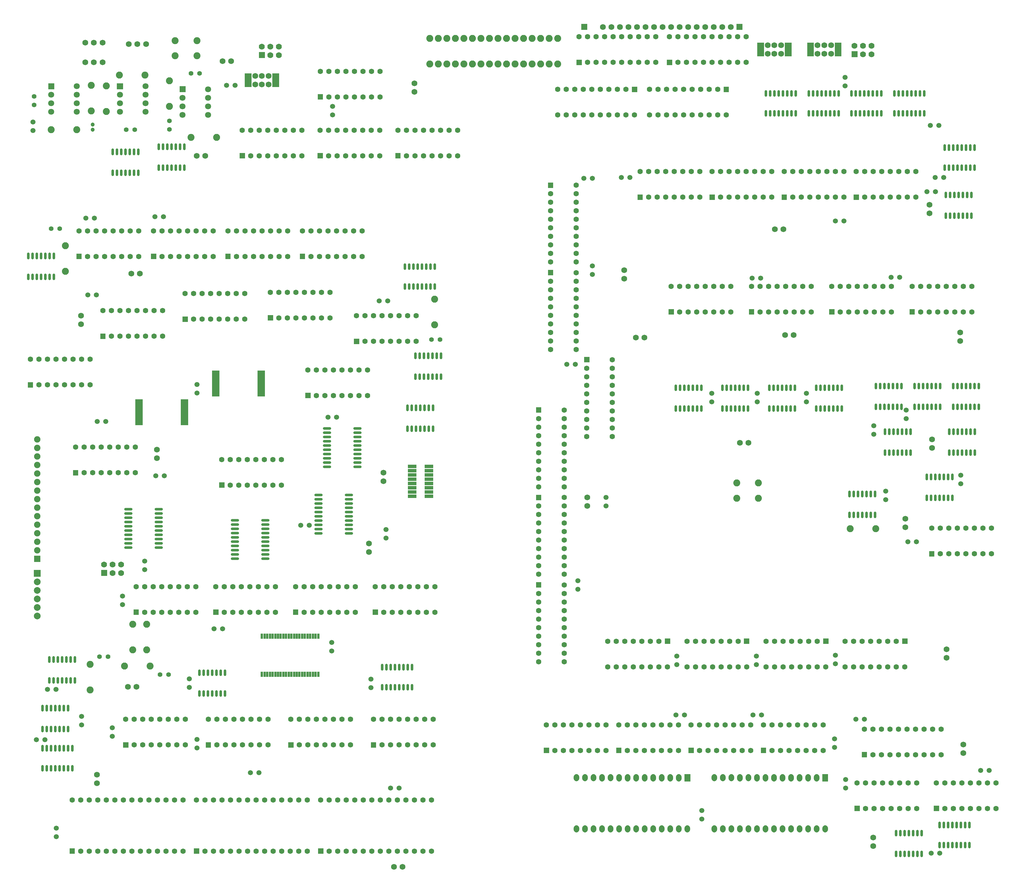
<source format=gts>
G04 Layer: TopSolderMaskLayer*
G04 EasyEDA v6.4.25, 2021-12-08T18:35:49--6:00*
G04 986698a7ba0b47aaa227ef1f9665312c,06444aca9169495d970130cf6b44ba93,10*
G04 Gerber Generator version 0.2*
G04 Scale: 100 percent, Rotated: No, Reflected: No *
G04 Dimensions in millimeters *
G04 leading zeros omitted , absolute positions ,4 integer and 5 decimal *
%FSLAX45Y45*%
%MOMM*%

%ADD20C,1.6002*%
%ADD25C,1.3970*%
%ADD46C,0.8032*%
%ADD47C,1.7272*%
%ADD48C,1.7032*%
%ADD49C,1.5032*%
%ADD51C,1.8034*%
%ADD52C,2.0828*%
%ADD53C,1.2032*%
%ADD57C,1.9032*%
%ADD58C,2.0032*%
%ADD60C,1.7780*%
%ADD64R,0.6604X1.5113*%

%LPD*%
D46*
X3162300Y-4573579D02*
G01*
X3162300Y-4453580D01*
X3289300Y-4573579D02*
G01*
X3289300Y-4453580D01*
X3416300Y-4573579D02*
G01*
X3416300Y-4453580D01*
X3543300Y-4573579D02*
G01*
X3543300Y-4453580D01*
X3670300Y-4573579D02*
G01*
X3670300Y-4453580D01*
X3797300Y-4573579D02*
G01*
X3797300Y-4453580D01*
X3924300Y-4573579D02*
G01*
X3924300Y-4453580D01*
X3162300Y-3953819D02*
G01*
X3162300Y-3833820D01*
X3289300Y-3953819D02*
G01*
X3289300Y-3833820D01*
X3416300Y-3953819D02*
G01*
X3416300Y-3833820D01*
X3543300Y-3953819D02*
G01*
X3543300Y-3833820D01*
X3670300Y-3953819D02*
G01*
X3670300Y-3833820D01*
X3797300Y-3953819D02*
G01*
X3797300Y-3833820D01*
X3924300Y-3953819D02*
G01*
X3924300Y-3833820D01*
X647725Y-7672379D02*
G01*
X647725Y-7552380D01*
X774725Y-7672379D02*
G01*
X774725Y-7552380D01*
X901725Y-7672379D02*
G01*
X901725Y-7552380D01*
X1028725Y-7672379D02*
G01*
X1028725Y-7552380D01*
X1155725Y-7672379D02*
G01*
X1155725Y-7552380D01*
X1282725Y-7672379D02*
G01*
X1282725Y-7552380D01*
X1409725Y-7672379D02*
G01*
X1409725Y-7552380D01*
X647725Y-7052619D02*
G01*
X647725Y-6932620D01*
X774725Y-7052619D02*
G01*
X774725Y-6932620D01*
X901725Y-7052619D02*
G01*
X901725Y-6932620D01*
X1028725Y-7052619D02*
G01*
X1028725Y-6932620D01*
X1155725Y-7052619D02*
G01*
X1155725Y-6932620D01*
X1282725Y-7052619D02*
G01*
X1282725Y-6932620D01*
X1409725Y-7052619D02*
G01*
X1409725Y-6932620D01*
X11938000Y-12193579D02*
G01*
X11938000Y-12073580D01*
X12065000Y-12193579D02*
G01*
X12065000Y-12073580D01*
X12192000Y-12193579D02*
G01*
X12192000Y-12073580D01*
X12319000Y-12193579D02*
G01*
X12319000Y-12073580D01*
X12446000Y-12193579D02*
G01*
X12446000Y-12073580D01*
X12573000Y-12193579D02*
G01*
X12573000Y-12073580D01*
X12700000Y-12193579D02*
G01*
X12700000Y-12073580D01*
X11938000Y-11573819D02*
G01*
X11938000Y-11453820D01*
X12065000Y-11573819D02*
G01*
X12065000Y-11453820D01*
X12192000Y-11573819D02*
G01*
X12192000Y-11453820D01*
X12319000Y-11573819D02*
G01*
X12319000Y-11453820D01*
X12446000Y-11573819D02*
G01*
X12446000Y-11453820D01*
X12573000Y-11573819D02*
G01*
X12573000Y-11453820D01*
X12700000Y-11573819D02*
G01*
X12700000Y-11453820D01*
X3536711Y-14528800D02*
G01*
X3706710Y-14528800D01*
X3536711Y-14655800D02*
G01*
X3706710Y-14655800D01*
X3536711Y-14782800D02*
G01*
X3706710Y-14782800D01*
X3536711Y-14909800D02*
G01*
X3706710Y-14909800D01*
X3536711Y-15036800D02*
G01*
X3706710Y-15036800D01*
X3536711Y-15163800D02*
G01*
X3706710Y-15163800D01*
X3536711Y-15290800D02*
G01*
X3706710Y-15290800D01*
X3536711Y-15417800D02*
G01*
X3706710Y-15417800D01*
X3536711Y-15544800D02*
G01*
X3706710Y-15544800D01*
X3536711Y-15671800D02*
G01*
X3706710Y-15671800D01*
X4446689Y-14528800D02*
G01*
X4616688Y-14528800D01*
X4446689Y-14655800D02*
G01*
X4616688Y-14655800D01*
X4446689Y-14782800D02*
G01*
X4616688Y-14782800D01*
X4446689Y-14909800D02*
G01*
X4616688Y-14909800D01*
X4446689Y-15036800D02*
G01*
X4616688Y-15036800D01*
X4446689Y-15163800D02*
G01*
X4616688Y-15163800D01*
X4446689Y-15290800D02*
G01*
X4616688Y-15290800D01*
X4446689Y-15417800D02*
G01*
X4616688Y-15417800D01*
X4446689Y-15544800D02*
G01*
X4616688Y-15544800D01*
X4446689Y-15671800D02*
G01*
X4616688Y-15671800D01*
X9454911Y-12128500D02*
G01*
X9624910Y-12128500D01*
X9454911Y-12255500D02*
G01*
X9624910Y-12255500D01*
X9454911Y-12382500D02*
G01*
X9624910Y-12382500D01*
X9454911Y-12509500D02*
G01*
X9624910Y-12509500D01*
X9454911Y-12636500D02*
G01*
X9624910Y-12636500D01*
X9454911Y-12763500D02*
G01*
X9624910Y-12763500D01*
X9454911Y-12890500D02*
G01*
X9624910Y-12890500D01*
X9454911Y-13017500D02*
G01*
X9624910Y-13017500D01*
X9454911Y-13144500D02*
G01*
X9624910Y-13144500D01*
X9454911Y-13271500D02*
G01*
X9624910Y-13271500D01*
X10364889Y-12128500D02*
G01*
X10534888Y-12128500D01*
X10364889Y-12255500D02*
G01*
X10534888Y-12255500D01*
X10364889Y-12382500D02*
G01*
X10534888Y-12382500D01*
X10364889Y-12509500D02*
G01*
X10534888Y-12509500D01*
X10364889Y-12636500D02*
G01*
X10534888Y-12636500D01*
X10364889Y-12763500D02*
G01*
X10534888Y-12763500D01*
X10364889Y-12890500D02*
G01*
X10534888Y-12890500D01*
X10364889Y-13017500D02*
G01*
X10534888Y-13017500D01*
X10364889Y-13144500D02*
G01*
X10534888Y-13144500D01*
X10364889Y-13271500D02*
G01*
X10534888Y-13271500D01*
X6711711Y-14859000D02*
G01*
X6881710Y-14859000D01*
X6711711Y-14986000D02*
G01*
X6881710Y-14986000D01*
X6711711Y-15113000D02*
G01*
X6881710Y-15113000D01*
X6711711Y-15240000D02*
G01*
X6881710Y-15240000D01*
X6711711Y-15367000D02*
G01*
X6881710Y-15367000D01*
X6711711Y-15494000D02*
G01*
X6881710Y-15494000D01*
X6711711Y-15621000D02*
G01*
X6881710Y-15621000D01*
X6711711Y-15748000D02*
G01*
X6881710Y-15748000D01*
X6711711Y-15875000D02*
G01*
X6881710Y-15875000D01*
X6711711Y-16002000D02*
G01*
X6881710Y-16002000D01*
X7621689Y-14859000D02*
G01*
X7791688Y-14859000D01*
X7621689Y-14986000D02*
G01*
X7791688Y-14986000D01*
X7621689Y-15113000D02*
G01*
X7791688Y-15113000D01*
X7621689Y-15240000D02*
G01*
X7791688Y-15240000D01*
X7621689Y-15367000D02*
G01*
X7791688Y-15367000D01*
X7621689Y-15494000D02*
G01*
X7791688Y-15494000D01*
X7621689Y-15621000D02*
G01*
X7791688Y-15621000D01*
X7621689Y-15748000D02*
G01*
X7791688Y-15748000D01*
X7621689Y-15875000D02*
G01*
X7791688Y-15875000D01*
X7621689Y-16002000D02*
G01*
X7791688Y-16002000D01*
X9200911Y-14109700D02*
G01*
X9370910Y-14109700D01*
X9200911Y-14236700D02*
G01*
X9370910Y-14236700D01*
X9200911Y-14363700D02*
G01*
X9370910Y-14363700D01*
X9200911Y-14490700D02*
G01*
X9370910Y-14490700D01*
X9200911Y-14617700D02*
G01*
X9370910Y-14617700D01*
X9200911Y-14744700D02*
G01*
X9370910Y-14744700D01*
X9200911Y-14871700D02*
G01*
X9370910Y-14871700D01*
X9200911Y-14998700D02*
G01*
X9370910Y-14998700D01*
X9200911Y-15125700D02*
G01*
X9370910Y-15125700D01*
X9200911Y-15252700D02*
G01*
X9370910Y-15252700D01*
X10110889Y-14109700D02*
G01*
X10280888Y-14109700D01*
X10110889Y-14236700D02*
G01*
X10280888Y-14236700D01*
X10110889Y-14363700D02*
G01*
X10280888Y-14363700D01*
X10110889Y-14490700D02*
G01*
X10280888Y-14490700D01*
X10110889Y-14617700D02*
G01*
X10280888Y-14617700D01*
X10110889Y-14744700D02*
G01*
X10280888Y-14744700D01*
X10110889Y-14871700D02*
G01*
X10280888Y-14871700D01*
X10110889Y-14998700D02*
G01*
X10280888Y-14998700D01*
X10110889Y-15125700D02*
G01*
X10280888Y-15125700D01*
X10110889Y-15252700D02*
G01*
X10280888Y-15252700D01*
X24781941Y-2213919D02*
G01*
X24781941Y-2093920D01*
X24654941Y-2213919D02*
G01*
X24654941Y-2093920D01*
X24527941Y-2213919D02*
G01*
X24527941Y-2093920D01*
X24400941Y-2213919D02*
G01*
X24400941Y-2093920D01*
X24273941Y-2213919D02*
G01*
X24273941Y-2093920D01*
X24146941Y-2213919D02*
G01*
X24146941Y-2093920D01*
X24019941Y-2213919D02*
G01*
X24019941Y-2093920D01*
X23892941Y-2213919D02*
G01*
X23892941Y-2093920D01*
X24781941Y-2808279D02*
G01*
X24781941Y-2688280D01*
X24654941Y-2808279D02*
G01*
X24654941Y-2688280D01*
X24527941Y-2808279D02*
G01*
X24527941Y-2688280D01*
X24400941Y-2808279D02*
G01*
X24400941Y-2688280D01*
X24273941Y-2808279D02*
G01*
X24273941Y-2688280D01*
X24146941Y-2808279D02*
G01*
X24146941Y-2688280D01*
X24019941Y-2808279D02*
G01*
X24019941Y-2688280D01*
X23892941Y-2808279D02*
G01*
X23892941Y-2688280D01*
X23507700Y-2213919D02*
G01*
X23507700Y-2093920D01*
X23380700Y-2213919D02*
G01*
X23380700Y-2093920D01*
X23253700Y-2213919D02*
G01*
X23253700Y-2093920D01*
X23126700Y-2213919D02*
G01*
X23126700Y-2093920D01*
X22999700Y-2213919D02*
G01*
X22999700Y-2093920D01*
X22872700Y-2213919D02*
G01*
X22872700Y-2093920D01*
X22745700Y-2213919D02*
G01*
X22745700Y-2093920D01*
X22618700Y-2213919D02*
G01*
X22618700Y-2093920D01*
X23507700Y-2808279D02*
G01*
X23507700Y-2688280D01*
X23380700Y-2808279D02*
G01*
X23380700Y-2688280D01*
X23253700Y-2808279D02*
G01*
X23253700Y-2688280D01*
X23126700Y-2808279D02*
G01*
X23126700Y-2688280D01*
X22999700Y-2808279D02*
G01*
X22999700Y-2688280D01*
X22872700Y-2808279D02*
G01*
X22872700Y-2688280D01*
X22745700Y-2808279D02*
G01*
X22745700Y-2688280D01*
X22618700Y-2808279D02*
G01*
X22618700Y-2688280D01*
X27330400Y-2213919D02*
G01*
X27330400Y-2093920D01*
X27203400Y-2213919D02*
G01*
X27203400Y-2093920D01*
X27076400Y-2213919D02*
G01*
X27076400Y-2093920D01*
X26949400Y-2213919D02*
G01*
X26949400Y-2093920D01*
X26822400Y-2213919D02*
G01*
X26822400Y-2093920D01*
X26695400Y-2213919D02*
G01*
X26695400Y-2093920D01*
X26568400Y-2213919D02*
G01*
X26568400Y-2093920D01*
X26441400Y-2213919D02*
G01*
X26441400Y-2093920D01*
X27330400Y-2808279D02*
G01*
X27330400Y-2688280D01*
X27203400Y-2808279D02*
G01*
X27203400Y-2688280D01*
X27076400Y-2808279D02*
G01*
X27076400Y-2688280D01*
X26949400Y-2808279D02*
G01*
X26949400Y-2688280D01*
X26822400Y-2808279D02*
G01*
X26822400Y-2688280D01*
X26695400Y-2808279D02*
G01*
X26695400Y-2688280D01*
X26568400Y-2808279D02*
G01*
X26568400Y-2688280D01*
X26441400Y-2808279D02*
G01*
X26441400Y-2688280D01*
X26056158Y-2213919D02*
G01*
X26056158Y-2093920D01*
X25929158Y-2213919D02*
G01*
X25929158Y-2093920D01*
X25802158Y-2213919D02*
G01*
X25802158Y-2093920D01*
X25675158Y-2213919D02*
G01*
X25675158Y-2093920D01*
X25548158Y-2213919D02*
G01*
X25548158Y-2093920D01*
X25421158Y-2213919D02*
G01*
X25421158Y-2093920D01*
X25294158Y-2213919D02*
G01*
X25294158Y-2093920D01*
X25167158Y-2213919D02*
G01*
X25167158Y-2093920D01*
X26056158Y-2808279D02*
G01*
X26056158Y-2688280D01*
X25929158Y-2808279D02*
G01*
X25929158Y-2688280D01*
X25802158Y-2808279D02*
G01*
X25802158Y-2688280D01*
X25675158Y-2808279D02*
G01*
X25675158Y-2688280D01*
X25548158Y-2808279D02*
G01*
X25548158Y-2688280D01*
X25421158Y-2808279D02*
G01*
X25421158Y-2688280D01*
X25294158Y-2808279D02*
G01*
X25294158Y-2688280D01*
X25167158Y-2808279D02*
G01*
X25167158Y-2688280D01*
X19928103Y-11596679D02*
G01*
X19928103Y-11476680D01*
X20055103Y-11596679D02*
G01*
X20055103Y-11476680D01*
X20182103Y-11596679D02*
G01*
X20182103Y-11476680D01*
X20309103Y-11596679D02*
G01*
X20309103Y-11476680D01*
X20436103Y-11596679D02*
G01*
X20436103Y-11476680D01*
X20563103Y-11596679D02*
G01*
X20563103Y-11476680D01*
X20690103Y-11596679D02*
G01*
X20690103Y-11476680D01*
X19928103Y-10976919D02*
G01*
X19928103Y-10856920D01*
X20055103Y-10976919D02*
G01*
X20055103Y-10856920D01*
X20182103Y-10976919D02*
G01*
X20182103Y-10856920D01*
X20309103Y-10976919D02*
G01*
X20309103Y-10856920D01*
X20436103Y-10976919D02*
G01*
X20436103Y-10856920D01*
X20563103Y-10976919D02*
G01*
X20563103Y-10856920D01*
X20690103Y-10976919D02*
G01*
X20690103Y-10856920D01*
X21323300Y-11596679D02*
G01*
X21323300Y-11476680D01*
X21450300Y-11596679D02*
G01*
X21450300Y-11476680D01*
X21577300Y-11596679D02*
G01*
X21577300Y-11476680D01*
X21704300Y-11596679D02*
G01*
X21704300Y-11476680D01*
X21831300Y-11596679D02*
G01*
X21831300Y-11476680D01*
X21958300Y-11596679D02*
G01*
X21958300Y-11476680D01*
X22085300Y-11596679D02*
G01*
X22085300Y-11476680D01*
X21323300Y-10976919D02*
G01*
X21323300Y-10856920D01*
X21450300Y-10976919D02*
G01*
X21450300Y-10856920D01*
X21577300Y-10976919D02*
G01*
X21577300Y-10856920D01*
X21704300Y-10976919D02*
G01*
X21704300Y-10856920D01*
X21831300Y-10976919D02*
G01*
X21831300Y-10856920D01*
X21958300Y-10976919D02*
G01*
X21958300Y-10856920D01*
X22085300Y-10976919D02*
G01*
X22085300Y-10856920D01*
X22718496Y-11596679D02*
G01*
X22718496Y-11476680D01*
X22845496Y-11596679D02*
G01*
X22845496Y-11476680D01*
X22972496Y-11596679D02*
G01*
X22972496Y-11476680D01*
X23099496Y-11596679D02*
G01*
X23099496Y-11476680D01*
X23226496Y-11596679D02*
G01*
X23226496Y-11476680D01*
X23353496Y-11596679D02*
G01*
X23353496Y-11476680D01*
X23480496Y-11596679D02*
G01*
X23480496Y-11476680D01*
X22718496Y-10976919D02*
G01*
X22718496Y-10856920D01*
X22845496Y-10976919D02*
G01*
X22845496Y-10856920D01*
X22972496Y-10976919D02*
G01*
X22972496Y-10856920D01*
X23099496Y-10976919D02*
G01*
X23099496Y-10856920D01*
X23226496Y-10976919D02*
G01*
X23226496Y-10856920D01*
X23353496Y-10976919D02*
G01*
X23353496Y-10856920D01*
X23480496Y-10976919D02*
G01*
X23480496Y-10856920D01*
X24113667Y-11596679D02*
G01*
X24113667Y-11476680D01*
X24240667Y-11596679D02*
G01*
X24240667Y-11476680D01*
X24367667Y-11596679D02*
G01*
X24367667Y-11476680D01*
X24494667Y-11596679D02*
G01*
X24494667Y-11476680D01*
X24621667Y-11596679D02*
G01*
X24621667Y-11476680D01*
X24748667Y-11596679D02*
G01*
X24748667Y-11476680D01*
X24875667Y-11596679D02*
G01*
X24875667Y-11476680D01*
X24113667Y-10976919D02*
G01*
X24113667Y-10856920D01*
X24240667Y-10976919D02*
G01*
X24240667Y-10856920D01*
X24367667Y-10976919D02*
G01*
X24367667Y-10856920D01*
X24494667Y-10976919D02*
G01*
X24494667Y-10856920D01*
X24621667Y-10976919D02*
G01*
X24621667Y-10856920D01*
X24748667Y-10976919D02*
G01*
X24748667Y-10856920D01*
X24875667Y-10976919D02*
G01*
X24875667Y-10856920D01*
X28079700Y-12904779D02*
G01*
X28079700Y-12784780D01*
X28206700Y-12904779D02*
G01*
X28206700Y-12784780D01*
X28333700Y-12904779D02*
G01*
X28333700Y-12784780D01*
X28460700Y-12904779D02*
G01*
X28460700Y-12784780D01*
X28587700Y-12904779D02*
G01*
X28587700Y-12784780D01*
X28714700Y-12904779D02*
G01*
X28714700Y-12784780D01*
X28841700Y-12904779D02*
G01*
X28841700Y-12784780D01*
X28079700Y-12285019D02*
G01*
X28079700Y-12165020D01*
X28206700Y-12285019D02*
G01*
X28206700Y-12165020D01*
X28333700Y-12285019D02*
G01*
X28333700Y-12165020D01*
X28460700Y-12285019D02*
G01*
X28460700Y-12165020D01*
X28587700Y-12285019D02*
G01*
X28587700Y-12165020D01*
X28714700Y-12285019D02*
G01*
X28714700Y-12165020D01*
X28841700Y-12285019D02*
G01*
X28841700Y-12165020D01*
X26162000Y-12904779D02*
G01*
X26162000Y-12784780D01*
X26289000Y-12904779D02*
G01*
X26289000Y-12784780D01*
X26416000Y-12904779D02*
G01*
X26416000Y-12784780D01*
X26543000Y-12904779D02*
G01*
X26543000Y-12784780D01*
X26670000Y-12904779D02*
G01*
X26670000Y-12784780D01*
X26797000Y-12904779D02*
G01*
X26797000Y-12784780D01*
X26924000Y-12904779D02*
G01*
X26924000Y-12784780D01*
X26162000Y-12285019D02*
G01*
X26162000Y-12165020D01*
X26289000Y-12285019D02*
G01*
X26289000Y-12165020D01*
X26416000Y-12285019D02*
G01*
X26416000Y-12165020D01*
X26543000Y-12285019D02*
G01*
X26543000Y-12165020D01*
X26670000Y-12285019D02*
G01*
X26670000Y-12165020D01*
X26797000Y-12285019D02*
G01*
X26797000Y-12165020D01*
X26924000Y-12285019D02*
G01*
X26924000Y-12165020D01*
X27406600Y-14250979D02*
G01*
X27406600Y-14130980D01*
X27533600Y-14250979D02*
G01*
X27533600Y-14130980D01*
X27660600Y-14250979D02*
G01*
X27660600Y-14130980D01*
X27787600Y-14250979D02*
G01*
X27787600Y-14130980D01*
X27914600Y-14250979D02*
G01*
X27914600Y-14130980D01*
X28041600Y-14250979D02*
G01*
X28041600Y-14130980D01*
X28168600Y-14250979D02*
G01*
X28168600Y-14130980D01*
X27406600Y-13631219D02*
G01*
X27406600Y-13511220D01*
X27533600Y-13631219D02*
G01*
X27533600Y-13511220D01*
X27660600Y-13631219D02*
G01*
X27660600Y-13511220D01*
X27787600Y-13631219D02*
G01*
X27787600Y-13511220D01*
X27914600Y-13631219D02*
G01*
X27914600Y-13511220D01*
X28041600Y-13631219D02*
G01*
X28041600Y-13511220D01*
X28168600Y-13631219D02*
G01*
X28168600Y-13511220D01*
X28194000Y-11545879D02*
G01*
X28194000Y-11425880D01*
X28321000Y-11545879D02*
G01*
X28321000Y-11425880D01*
X28448000Y-11545879D02*
G01*
X28448000Y-11425880D01*
X28575000Y-11545879D02*
G01*
X28575000Y-11425880D01*
X28702000Y-11545879D02*
G01*
X28702000Y-11425880D01*
X28829000Y-11545879D02*
G01*
X28829000Y-11425880D01*
X28956000Y-11545879D02*
G01*
X28956000Y-11425880D01*
X28194000Y-10926119D02*
G01*
X28194000Y-10806120D01*
X28321000Y-10926119D02*
G01*
X28321000Y-10806120D01*
X28448000Y-10926119D02*
G01*
X28448000Y-10806120D01*
X28575000Y-10926119D02*
G01*
X28575000Y-10806120D01*
X28702000Y-10926119D02*
G01*
X28702000Y-10806120D01*
X28829000Y-10926119D02*
G01*
X28829000Y-10806120D01*
X28956000Y-10926119D02*
G01*
X28956000Y-10806120D01*
X25895300Y-11545879D02*
G01*
X25895300Y-11425880D01*
X26022300Y-11545879D02*
G01*
X26022300Y-11425880D01*
X26149300Y-11545879D02*
G01*
X26149300Y-11425880D01*
X26276300Y-11545879D02*
G01*
X26276300Y-11425880D01*
X26403300Y-11545879D02*
G01*
X26403300Y-11425880D01*
X26530300Y-11545879D02*
G01*
X26530300Y-11425880D01*
X26657300Y-11545879D02*
G01*
X26657300Y-11425880D01*
X25895300Y-10926119D02*
G01*
X25895300Y-10806120D01*
X26022300Y-10926119D02*
G01*
X26022300Y-10806120D01*
X26149300Y-10926119D02*
G01*
X26149300Y-10806120D01*
X26276300Y-10926119D02*
G01*
X26276300Y-10806120D01*
X26403300Y-10926119D02*
G01*
X26403300Y-10806120D01*
X26530300Y-10926119D02*
G01*
X26530300Y-10806120D01*
X26657300Y-10926119D02*
G01*
X26657300Y-10806120D01*
X27044650Y-11545879D02*
G01*
X27044650Y-11425880D01*
X27171650Y-11545879D02*
G01*
X27171650Y-11425880D01*
X27298650Y-11545879D02*
G01*
X27298650Y-11425880D01*
X27425650Y-11545879D02*
G01*
X27425650Y-11425880D01*
X27552650Y-11545879D02*
G01*
X27552650Y-11425880D01*
X27679650Y-11545879D02*
G01*
X27679650Y-11425880D01*
X27806650Y-11545879D02*
G01*
X27806650Y-11425880D01*
X27044650Y-10926119D02*
G01*
X27044650Y-10806120D01*
X27171650Y-10926119D02*
G01*
X27171650Y-10806120D01*
X27298650Y-10926119D02*
G01*
X27298650Y-10806120D01*
X27425650Y-10926119D02*
G01*
X27425650Y-10806120D01*
X27552650Y-10926119D02*
G01*
X27552650Y-10806120D01*
X27679650Y-10926119D02*
G01*
X27679650Y-10806120D01*
X27806650Y-10926119D02*
G01*
X27806650Y-10806120D01*
X25107900Y-14758979D02*
G01*
X25107900Y-14638980D01*
X25234900Y-14758979D02*
G01*
X25234900Y-14638980D01*
X25361900Y-14758979D02*
G01*
X25361900Y-14638980D01*
X25488900Y-14758979D02*
G01*
X25488900Y-14638980D01*
X25615900Y-14758979D02*
G01*
X25615900Y-14638980D01*
X25742900Y-14758979D02*
G01*
X25742900Y-14638980D01*
X25869900Y-14758979D02*
G01*
X25869900Y-14638980D01*
X25107900Y-14139219D02*
G01*
X25107900Y-14019220D01*
X25234900Y-14139219D02*
G01*
X25234900Y-14019220D01*
X25361900Y-14139219D02*
G01*
X25361900Y-14019220D01*
X25488900Y-14139219D02*
G01*
X25488900Y-14019220D01*
X25615900Y-14139219D02*
G01*
X25615900Y-14019220D01*
X25742900Y-14139219D02*
G01*
X25742900Y-14019220D01*
X25869900Y-14139219D02*
G01*
X25869900Y-14019220D01*
D47*
X21590000Y-24030000D02*
G01*
X21590000Y-24077599D01*
X21336000Y-24030000D02*
G01*
X21336000Y-24077599D01*
X21082000Y-24030000D02*
G01*
X21082000Y-24077599D01*
X21844000Y-24030000D02*
G01*
X21844000Y-24077599D01*
X22098000Y-24030000D02*
G01*
X22098000Y-24077599D01*
X22352000Y-24030000D02*
G01*
X22352000Y-24077599D01*
X22606000Y-24030000D02*
G01*
X22606000Y-24077599D01*
X22860000Y-24030000D02*
G01*
X22860000Y-24077599D01*
X23114000Y-24030000D02*
G01*
X23114000Y-24077599D01*
X23368000Y-24030000D02*
G01*
X23368000Y-24077599D01*
X24384000Y-24030000D02*
G01*
X24384000Y-24077599D01*
X24130000Y-24030000D02*
G01*
X24130000Y-24077599D01*
X23876000Y-24030000D02*
G01*
X23876000Y-24077599D01*
X23622000Y-24030000D02*
G01*
X23622000Y-24077599D01*
D48*
X21844000Y-22504798D02*
G01*
X21844000Y-22554801D01*
D47*
X21590000Y-22506000D02*
G01*
X21590000Y-22553599D01*
X22098000Y-22506000D02*
G01*
X22098000Y-22553599D01*
D48*
X24130000Y-22504798D02*
G01*
X24130000Y-22554801D01*
X23876000Y-22504798D02*
G01*
X23876000Y-22554801D01*
X23622000Y-22504798D02*
G01*
X23622000Y-22554801D01*
X23368000Y-22504798D02*
G01*
X23368000Y-22554801D01*
X23114000Y-22504798D02*
G01*
X23114000Y-22554801D01*
X22860000Y-22504798D02*
G01*
X22860000Y-22554801D01*
X22606000Y-22504798D02*
G01*
X22606000Y-22554801D01*
X22352000Y-22504798D02*
G01*
X22352000Y-22554801D01*
D47*
X21082000Y-22553599D02*
G01*
X21082000Y-22506000D01*
X21336000Y-22553599D02*
G01*
X21336000Y-22506000D01*
X17487900Y-24030000D02*
G01*
X17487900Y-24077599D01*
X17233900Y-24030000D02*
G01*
X17233900Y-24077599D01*
X16979900Y-24030000D02*
G01*
X16979900Y-24077599D01*
X17741900Y-24030000D02*
G01*
X17741900Y-24077599D01*
X17995900Y-24030000D02*
G01*
X17995900Y-24077599D01*
X18249900Y-24030000D02*
G01*
X18249900Y-24077599D01*
X18503900Y-24030000D02*
G01*
X18503900Y-24077599D01*
X18757900Y-24030000D02*
G01*
X18757900Y-24077599D01*
X19011900Y-24030000D02*
G01*
X19011900Y-24077599D01*
X19265900Y-24030000D02*
G01*
X19265900Y-24077599D01*
X20281900Y-24030000D02*
G01*
X20281900Y-24077599D01*
X20027900Y-24030000D02*
G01*
X20027900Y-24077599D01*
X19773900Y-24030000D02*
G01*
X19773900Y-24077599D01*
X19519900Y-24030000D02*
G01*
X19519900Y-24077599D01*
D48*
X17741900Y-22504798D02*
G01*
X17741900Y-22554801D01*
D47*
X17487900Y-22506000D02*
G01*
X17487900Y-22553599D01*
X17995900Y-22506000D02*
G01*
X17995900Y-22553599D01*
D48*
X20027900Y-22504798D02*
G01*
X20027900Y-22554801D01*
X19773900Y-22504798D02*
G01*
X19773900Y-22554801D01*
X19519900Y-22504798D02*
G01*
X19519900Y-22554801D01*
X19265900Y-22504798D02*
G01*
X19265900Y-22554801D01*
X19011900Y-22504798D02*
G01*
X19011900Y-22554801D01*
X18757900Y-22504798D02*
G01*
X18757900Y-22554801D01*
X18503900Y-22504798D02*
G01*
X18503900Y-22554801D01*
X18249900Y-22504798D02*
G01*
X18249900Y-22554801D01*
D47*
X16979900Y-22553599D02*
G01*
X16979900Y-22506000D01*
X17233900Y-22553599D02*
G01*
X17233900Y-22506000D01*
D46*
X5740400Y-20080279D02*
G01*
X5740400Y-19960280D01*
X5867400Y-20080279D02*
G01*
X5867400Y-19960280D01*
X5994400Y-20080279D02*
G01*
X5994400Y-19960280D01*
X6121400Y-20080279D02*
G01*
X6121400Y-19960280D01*
X6248400Y-20080279D02*
G01*
X6248400Y-19960280D01*
X6375400Y-20080279D02*
G01*
X6375400Y-19960280D01*
X6502400Y-20080279D02*
G01*
X6502400Y-19960280D01*
X5740400Y-19460519D02*
G01*
X5740400Y-19340520D01*
X5867400Y-19460519D02*
G01*
X5867400Y-19340520D01*
X5994400Y-19460519D02*
G01*
X5994400Y-19340520D01*
X6121400Y-19460519D02*
G01*
X6121400Y-19340520D01*
X6248400Y-19460519D02*
G01*
X6248400Y-19340520D01*
X6375400Y-19460519D02*
G01*
X6375400Y-19340520D01*
X6502400Y-19460519D02*
G01*
X6502400Y-19340520D01*
X4533900Y-4421179D02*
G01*
X4533900Y-4301180D01*
X4660900Y-4421179D02*
G01*
X4660900Y-4301180D01*
X4787900Y-4421179D02*
G01*
X4787900Y-4301180D01*
X4914900Y-4421179D02*
G01*
X4914900Y-4301180D01*
X5041900Y-4421179D02*
G01*
X5041900Y-4301180D01*
X5168900Y-4421179D02*
G01*
X5168900Y-4301180D01*
X5295900Y-4421179D02*
G01*
X5295900Y-4301180D01*
X4533900Y-3801419D02*
G01*
X4533900Y-3681420D01*
X4660900Y-3801419D02*
G01*
X4660900Y-3681420D01*
X4787900Y-3801419D02*
G01*
X4787900Y-3681420D01*
X4914900Y-3801419D02*
G01*
X4914900Y-3681420D01*
X5041900Y-3801419D02*
G01*
X5041900Y-3681420D01*
X5168900Y-3801419D02*
G01*
X5168900Y-3681420D01*
X5295900Y-3801419D02*
G01*
X5295900Y-3681420D01*
X1066800Y-22182780D02*
G01*
X1066800Y-22302779D01*
X1193800Y-22182780D02*
G01*
X1193800Y-22302779D01*
X1320800Y-22182780D02*
G01*
X1320800Y-22302779D01*
X1447800Y-22182780D02*
G01*
X1447800Y-22302779D01*
X1574800Y-22182780D02*
G01*
X1574800Y-22302779D01*
X1701800Y-22182780D02*
G01*
X1701800Y-22302779D01*
X1828800Y-22182780D02*
G01*
X1828800Y-22302779D01*
X1955800Y-22182780D02*
G01*
X1955800Y-22302779D01*
X1066800Y-21588420D02*
G01*
X1066800Y-21708419D01*
X1193800Y-21588420D02*
G01*
X1193800Y-21708419D01*
X1320800Y-21588420D02*
G01*
X1320800Y-21708419D01*
X1447800Y-21588420D02*
G01*
X1447800Y-21708419D01*
X1574800Y-21588420D02*
G01*
X1574800Y-21708419D01*
X1701800Y-21588420D02*
G01*
X1701800Y-21708419D01*
X1828800Y-21588420D02*
G01*
X1828800Y-21708419D01*
X1955800Y-21588420D02*
G01*
X1955800Y-21708419D01*
X1066800Y-21134379D02*
G01*
X1066800Y-21014380D01*
X1193800Y-21134379D02*
G01*
X1193800Y-21014380D01*
X1320800Y-21134379D02*
G01*
X1320800Y-21014380D01*
X1447800Y-21134379D02*
G01*
X1447800Y-21014380D01*
X1574800Y-21134379D02*
G01*
X1574800Y-21014380D01*
X1701800Y-21134379D02*
G01*
X1701800Y-21014380D01*
X1828800Y-21134379D02*
G01*
X1828800Y-21014380D01*
X1066800Y-20514619D02*
G01*
X1066800Y-20394620D01*
X1193800Y-20514619D02*
G01*
X1193800Y-20394620D01*
X1320800Y-20514619D02*
G01*
X1320800Y-20394620D01*
X1447800Y-20514619D02*
G01*
X1447800Y-20394620D01*
X1574800Y-20514619D02*
G01*
X1574800Y-20394620D01*
X1701800Y-20514619D02*
G01*
X1701800Y-20394620D01*
X1828800Y-20514619D02*
G01*
X1828800Y-20394620D01*
X12750800Y-7370119D02*
G01*
X12750800Y-7250120D01*
X12623800Y-7370119D02*
G01*
X12623800Y-7250120D01*
X12496800Y-7370119D02*
G01*
X12496800Y-7250120D01*
X12369800Y-7370119D02*
G01*
X12369800Y-7250120D01*
X12242800Y-7370119D02*
G01*
X12242800Y-7250120D01*
X12115800Y-7370119D02*
G01*
X12115800Y-7250120D01*
X11988800Y-7370119D02*
G01*
X11988800Y-7250120D01*
X11861800Y-7370119D02*
G01*
X11861800Y-7250120D01*
X12750800Y-7964479D02*
G01*
X12750800Y-7844480D01*
X12623800Y-7964479D02*
G01*
X12623800Y-7844480D01*
X12496800Y-7964479D02*
G01*
X12496800Y-7844480D01*
X12369800Y-7964479D02*
G01*
X12369800Y-7844480D01*
X12242800Y-7964479D02*
G01*
X12242800Y-7844480D01*
X12115800Y-7964479D02*
G01*
X12115800Y-7844480D01*
X11988800Y-7964479D02*
G01*
X11988800Y-7844480D01*
X11861800Y-7964479D02*
G01*
X11861800Y-7844480D01*
X12179300Y-10644179D02*
G01*
X12179300Y-10524180D01*
X12306300Y-10644179D02*
G01*
X12306300Y-10524180D01*
X12433300Y-10644179D02*
G01*
X12433300Y-10524180D01*
X12560300Y-10644179D02*
G01*
X12560300Y-10524180D01*
X12687300Y-10644179D02*
G01*
X12687300Y-10524180D01*
X12814300Y-10644179D02*
G01*
X12814300Y-10524180D01*
X12941300Y-10644179D02*
G01*
X12941300Y-10524180D01*
X12179300Y-10024419D02*
G01*
X12179300Y-9904420D01*
X12306300Y-10024419D02*
G01*
X12306300Y-9904420D01*
X12433300Y-10024419D02*
G01*
X12433300Y-9904420D01*
X12560300Y-10024419D02*
G01*
X12560300Y-9904420D01*
X12687300Y-10024419D02*
G01*
X12687300Y-9904420D01*
X12814300Y-10024419D02*
G01*
X12814300Y-9904420D01*
X12941300Y-10024419D02*
G01*
X12941300Y-9904420D01*
X12077700Y-19295419D02*
G01*
X12077700Y-19175420D01*
X11950700Y-19295419D02*
G01*
X11950700Y-19175420D01*
X11823700Y-19295419D02*
G01*
X11823700Y-19175420D01*
X11696700Y-19295419D02*
G01*
X11696700Y-19175420D01*
X11569700Y-19295419D02*
G01*
X11569700Y-19175420D01*
X11442700Y-19295419D02*
G01*
X11442700Y-19175420D01*
X11315700Y-19295419D02*
G01*
X11315700Y-19175420D01*
X11188700Y-19295419D02*
G01*
X11188700Y-19175420D01*
X12077700Y-19889779D02*
G01*
X12077700Y-19769780D01*
X11950700Y-19889779D02*
G01*
X11950700Y-19769780D01*
X11823700Y-19889779D02*
G01*
X11823700Y-19769780D01*
X11696700Y-19889779D02*
G01*
X11696700Y-19769780D01*
X11569700Y-19889779D02*
G01*
X11569700Y-19769780D01*
X11442700Y-19889779D02*
G01*
X11442700Y-19769780D01*
X11315700Y-19889779D02*
G01*
X11315700Y-19769780D01*
X11188700Y-19889779D02*
G01*
X11188700Y-19769780D01*
X28829000Y-3826819D02*
G01*
X28829000Y-3706820D01*
X28702000Y-3826819D02*
G01*
X28702000Y-3706820D01*
X28575000Y-3826819D02*
G01*
X28575000Y-3706820D01*
X28448000Y-3826819D02*
G01*
X28448000Y-3706820D01*
X28321000Y-3826819D02*
G01*
X28321000Y-3706820D01*
X28194000Y-3826819D02*
G01*
X28194000Y-3706820D01*
X28067000Y-3826819D02*
G01*
X28067000Y-3706820D01*
X27940000Y-3826819D02*
G01*
X27940000Y-3706820D01*
X28829000Y-4421179D02*
G01*
X28829000Y-4301180D01*
X28702000Y-4421179D02*
G01*
X28702000Y-4301180D01*
X28575000Y-4421179D02*
G01*
X28575000Y-4301180D01*
X28448000Y-4421179D02*
G01*
X28448000Y-4301180D01*
X28321000Y-4421179D02*
G01*
X28321000Y-4301180D01*
X28194000Y-4421179D02*
G01*
X28194000Y-4301180D01*
X28067000Y-4421179D02*
G01*
X28067000Y-4301180D01*
X27940000Y-4421179D02*
G01*
X27940000Y-4301180D01*
X27978100Y-5856279D02*
G01*
X27978100Y-5736280D01*
X28105100Y-5856279D02*
G01*
X28105100Y-5736280D01*
X28232100Y-5856279D02*
G01*
X28232100Y-5736280D01*
X28359100Y-5856279D02*
G01*
X28359100Y-5736280D01*
X28486100Y-5856279D02*
G01*
X28486100Y-5736280D01*
X28613100Y-5856279D02*
G01*
X28613100Y-5736280D01*
X28740100Y-5856279D02*
G01*
X28740100Y-5736280D01*
X27978100Y-5236519D02*
G01*
X27978100Y-5116520D01*
X28105100Y-5236519D02*
G01*
X28105100Y-5116520D01*
X28232100Y-5236519D02*
G01*
X28232100Y-5116520D01*
X28359100Y-5236519D02*
G01*
X28359100Y-5116520D01*
X28486100Y-5236519D02*
G01*
X28486100Y-5116520D01*
X28613100Y-5236519D02*
G01*
X28613100Y-5116520D01*
X28740100Y-5236519D02*
G01*
X28740100Y-5116520D01*
X28676600Y-23994419D02*
G01*
X28676600Y-23874420D01*
X28549600Y-23994419D02*
G01*
X28549600Y-23874420D01*
X28422600Y-23994419D02*
G01*
X28422600Y-23874420D01*
X28295600Y-23994419D02*
G01*
X28295600Y-23874420D01*
X28168600Y-23994419D02*
G01*
X28168600Y-23874420D01*
X28041600Y-23994419D02*
G01*
X28041600Y-23874420D01*
X27914600Y-23994419D02*
G01*
X27914600Y-23874420D01*
X27787600Y-23994419D02*
G01*
X27787600Y-23874420D01*
X28676600Y-24588779D02*
G01*
X28676600Y-24468780D01*
X28549600Y-24588779D02*
G01*
X28549600Y-24468780D01*
X28422600Y-24588779D02*
G01*
X28422600Y-24468780D01*
X28295600Y-24588779D02*
G01*
X28295600Y-24468780D01*
X28168600Y-24588779D02*
G01*
X28168600Y-24468780D01*
X28041600Y-24588779D02*
G01*
X28041600Y-24468780D01*
X27914600Y-24588779D02*
G01*
X27914600Y-24468780D01*
X27787600Y-24588779D02*
G01*
X27787600Y-24468780D01*
X27254200Y-24115720D02*
G01*
X27254200Y-24235719D01*
X27127200Y-24115720D02*
G01*
X27127200Y-24235719D01*
X27000200Y-24115720D02*
G01*
X27000200Y-24235719D01*
X26873200Y-24115720D02*
G01*
X26873200Y-24235719D01*
X26746200Y-24115720D02*
G01*
X26746200Y-24235719D01*
X26619200Y-24115720D02*
G01*
X26619200Y-24235719D01*
X26492200Y-24115720D02*
G01*
X26492200Y-24235719D01*
X27254200Y-24735480D02*
G01*
X27254200Y-24855479D01*
X27127200Y-24735480D02*
G01*
X27127200Y-24855479D01*
X27000200Y-24735480D02*
G01*
X27000200Y-24855479D01*
X26873200Y-24735480D02*
G01*
X26873200Y-24855479D01*
X26746200Y-24735480D02*
G01*
X26746200Y-24855479D01*
X26619200Y-24735480D02*
G01*
X26619200Y-24855479D01*
X26492200Y-24735480D02*
G01*
X26492200Y-24855479D01*
X1270000Y-19686579D02*
G01*
X1270000Y-19566580D01*
X1397000Y-19686579D02*
G01*
X1397000Y-19566580D01*
X1524000Y-19686579D02*
G01*
X1524000Y-19566580D01*
X1651000Y-19686579D02*
G01*
X1651000Y-19566580D01*
X1778000Y-19686579D02*
G01*
X1778000Y-19566580D01*
X1905000Y-19686579D02*
G01*
X1905000Y-19566580D01*
X2032000Y-19686579D02*
G01*
X2032000Y-19566580D01*
X1270000Y-19066819D02*
G01*
X1270000Y-18946820D01*
X1397000Y-19066819D02*
G01*
X1397000Y-18946820D01*
X1524000Y-19066819D02*
G01*
X1524000Y-18946820D01*
X1651000Y-19066819D02*
G01*
X1651000Y-18946820D01*
X1778000Y-19066819D02*
G01*
X1778000Y-18946820D01*
X1905000Y-19066819D02*
G01*
X1905000Y-18946820D01*
X2032000Y-19066819D02*
G01*
X2032000Y-18946820D01*
D49*
G01*
X11099800Y-8331200D03*
G01*
X11353800Y-8331200D03*
G36*
X3288029Y-2033270D02*
G01*
X3288029Y-1852929D01*
X3468370Y-1852929D01*
X3468370Y-2033270D01*
G37*
D51*
G01*
X3378200Y-2197100D03*
G01*
X3378200Y-2451100D03*
G01*
X3378200Y-2705100D03*
G01*
X4140200Y-2705100D03*
G01*
X4140200Y-2451100D03*
G01*
X4140200Y-2197100D03*
G01*
X4140200Y-1943100D03*
G36*
X1243329Y-2033270D02*
G01*
X1243329Y-1852929D01*
X1423670Y-1852929D01*
X1423670Y-2033270D01*
G37*
G01*
X1333500Y-2197100D03*
G01*
X1333500Y-2451100D03*
G01*
X1333500Y-2705100D03*
G01*
X2095500Y-2705100D03*
G01*
X2095500Y-2451100D03*
G01*
X2095500Y-2197100D03*
G01*
X2095500Y-1943100D03*
D52*
G01*
X5671820Y-1038860D03*
G01*
X5021579Y-1038860D03*
G01*
X5671820Y-586739D03*
G01*
X5021579Y-586739D03*
G36*
X5154929Y-2122170D02*
G01*
X5154929Y-1941829D01*
X5335270Y-1941829D01*
X5335270Y-2122170D01*
G37*
D51*
G01*
X5245100Y-2286000D03*
G01*
X5245100Y-2540000D03*
G01*
X5245100Y-2794000D03*
G01*
X6007100Y-2794000D03*
G01*
X6007100Y-2540000D03*
G01*
X6007100Y-2286000D03*
G01*
X6007100Y-2032000D03*
D52*
G01*
X3365500Y-1612900D03*
G01*
X4127500Y-1612900D03*
G01*
X2971800Y-2692400D03*
G01*
X2971800Y-1930400D03*
D25*
G01*
X3568700Y-3238500D03*
G01*
X3822700Y-3238500D03*
D52*
G01*
X2527300Y-1917700D03*
G01*
X2527300Y-2679700D03*
G01*
X2095500Y-3238500D03*
G01*
X1333500Y-3238500D03*
D25*
G01*
X825500Y-2247900D03*
G01*
X825500Y-2501900D03*
D53*
G01*
X2565400Y-3237356D03*
G01*
X2565400Y-3087243D03*
D52*
G01*
X6261100Y-3467100D03*
G01*
X5499100Y-3467100D03*
D25*
G01*
X5499100Y-1562100D03*
G01*
X5753100Y-1562100D03*
G01*
X4851400Y-2971800D03*
G01*
X4851400Y-3225800D03*
D52*
G01*
X4851400Y-2540000D03*
G01*
X4851400Y-1778000D03*
G36*
X8733790Y-7090410D02*
G01*
X8733790Y-6930389D01*
X8893809Y-6930389D01*
X8893809Y-7090410D01*
G37*
D20*
G01*
X9067800Y-7010400D03*
G01*
X9321800Y-7010400D03*
G01*
X9575800Y-7010400D03*
G01*
X9829800Y-7010400D03*
G01*
X10083800Y-7010400D03*
G01*
X10337800Y-7010400D03*
G01*
X10591800Y-7010400D03*
G01*
X10591800Y-6248400D03*
G01*
X10337800Y-6248400D03*
G01*
X10083800Y-6248400D03*
G01*
X9829800Y-6248400D03*
G01*
X9575800Y-6248400D03*
G01*
X9321800Y-6248400D03*
G01*
X9067800Y-6248400D03*
G01*
X8813800Y-6248400D03*
G36*
X6515608Y-7090410D02*
G01*
X6515608Y-6930389D01*
X6675627Y-6930389D01*
X6675627Y-7090410D01*
G37*
G01*
X6849541Y-7010400D03*
G01*
X7103541Y-7010400D03*
G01*
X7357541Y-7010400D03*
G01*
X7611541Y-7010400D03*
G01*
X7865541Y-7010400D03*
G01*
X8119541Y-7010400D03*
G01*
X8373541Y-7010400D03*
G01*
X8373541Y-6248400D03*
G01*
X8119541Y-6248400D03*
G01*
X7865541Y-6248400D03*
G01*
X7611541Y-6248400D03*
G01*
X7357541Y-6248400D03*
G01*
X7103541Y-6248400D03*
G01*
X6849541Y-6248400D03*
G01*
X6595541Y-6248400D03*
G36*
X4301490Y-7090410D02*
G01*
X4301490Y-6930389D01*
X4461509Y-6930389D01*
X4461509Y-7090410D01*
G37*
G01*
X4635500Y-7010400D03*
G01*
X4889500Y-7010400D03*
G01*
X5143500Y-7010400D03*
G01*
X5397500Y-7010400D03*
G01*
X5651500Y-7010400D03*
G01*
X5905500Y-7010400D03*
G01*
X6159500Y-7010400D03*
G01*
X6159500Y-6248400D03*
G01*
X5905500Y-6248400D03*
G01*
X5651500Y-6248400D03*
G01*
X5397500Y-6248400D03*
G01*
X5143500Y-6248400D03*
G01*
X4889500Y-6248400D03*
G01*
X4635500Y-6248400D03*
G01*
X4381500Y-6248400D03*
G36*
X2078990Y-7090410D02*
G01*
X2078990Y-6930389D01*
X2239009Y-6930389D01*
X2239009Y-7090410D01*
G37*
G01*
X2413000Y-7010400D03*
G01*
X2667000Y-7010400D03*
G01*
X2921000Y-7010400D03*
G01*
X3175000Y-7010400D03*
G01*
X3429000Y-7010400D03*
G01*
X3683000Y-7010400D03*
G01*
X3937000Y-7010400D03*
G01*
X3937000Y-6248400D03*
G01*
X3683000Y-6248400D03*
G01*
X3429000Y-6248400D03*
G01*
X3175000Y-6248400D03*
G01*
X2921000Y-6248400D03*
G01*
X2667000Y-6248400D03*
G01*
X2413000Y-6248400D03*
G01*
X2159000Y-6248400D03*
D25*
G01*
X1333525Y-6184900D03*
G01*
X1587525Y-6184900D03*
D47*
G01*
X2348560Y-649808D03*
G01*
X2603500Y-649808D03*
G01*
X2858490Y-649808D03*
G01*
X2858515Y-1229791D03*
G01*
X2603500Y-1229791D03*
G01*
X2348484Y-1229791D03*
G01*
X3897909Y-685800D03*
G01*
X3643909Y-685800D03*
G01*
X4153915Y-685800D03*
D52*
G01*
X1752600Y-7454900D03*
G01*
X1752600Y-6692900D03*
G36*
X6123686Y-10850118D02*
G01*
X6123686Y-10795000D01*
X6343904Y-10795000D01*
X6343904Y-10850118D01*
G37*
G36*
X6123686Y-10905236D02*
G01*
X6123686Y-10849863D01*
X6343904Y-10849863D01*
X6343904Y-10905236D01*
G37*
G36*
X6123686Y-10960100D02*
G01*
X6123686Y-10904981D01*
X6343904Y-10904981D01*
X6343904Y-10960100D01*
G37*
G36*
X6123686Y-11015218D02*
G01*
X6123686Y-10959845D01*
X6343904Y-10959845D01*
X6343904Y-11015218D01*
G37*
G36*
X6123686Y-11070081D02*
G01*
X6123686Y-11014963D01*
X6343904Y-11014963D01*
X6343904Y-11070081D01*
G37*
G36*
X6123686Y-11125200D02*
G01*
X6123686Y-11069828D01*
X6343904Y-11069828D01*
X6343904Y-11125200D01*
G37*
G36*
X6123686Y-11180318D02*
G01*
X6123686Y-11124945D01*
X6343904Y-11124945D01*
X6343904Y-11180318D01*
G37*
G36*
X7473695Y-11180318D02*
G01*
X7473695Y-11124945D01*
X7693913Y-11124945D01*
X7693913Y-11180318D01*
G37*
G36*
X7473695Y-11125200D02*
G01*
X7473695Y-11069828D01*
X7693913Y-11069828D01*
X7693913Y-11125200D01*
G37*
G36*
X7473695Y-11070081D02*
G01*
X7473695Y-11014963D01*
X7693913Y-11014963D01*
X7693913Y-11070081D01*
G37*
G36*
X7473695Y-11015218D02*
G01*
X7473695Y-10959845D01*
X7693913Y-10959845D01*
X7693913Y-11015218D01*
G37*
G36*
X7473695Y-10960100D02*
G01*
X7473695Y-10904728D01*
X7693913Y-10904728D01*
X7693913Y-10960100D01*
G37*
G36*
X7473695Y-10905236D02*
G01*
X7473695Y-10849863D01*
X7693913Y-10849863D01*
X7693913Y-10905236D01*
G37*
G36*
X7473695Y-10850118D02*
G01*
X7473695Y-10794745D01*
X7693913Y-10794745D01*
X7693913Y-10850118D01*
G37*
G36*
X7473695Y-10795254D02*
G01*
X7473695Y-10739881D01*
X7693913Y-10739881D01*
X7693913Y-10795254D01*
G37*
G36*
X7473695Y-10740136D02*
G01*
X7473695Y-10684763D01*
X7693913Y-10684763D01*
X7693913Y-10740136D01*
G37*
G36*
X7473695Y-10685271D02*
G01*
X7473695Y-10629900D01*
X7693913Y-10629900D01*
X7693913Y-10685271D01*
G37*
G36*
X7473695Y-10630154D02*
G01*
X7473695Y-10574781D01*
X7693913Y-10574781D01*
X7693913Y-10630154D01*
G37*
G36*
X7473695Y-10575036D02*
G01*
X7473695Y-10519918D01*
X7693913Y-10519918D01*
X7693913Y-10575036D01*
G37*
G36*
X7473695Y-10520171D02*
G01*
X7473695Y-10464800D01*
X7693913Y-10464800D01*
X7693913Y-10520171D01*
G37*
G36*
X7473695Y-10465054D02*
G01*
X7473695Y-10409681D01*
X7693913Y-10409681D01*
X7693913Y-10465054D01*
G37*
G36*
X6123686Y-10465308D02*
G01*
X6123686Y-10409936D01*
X6343904Y-10409936D01*
X6343904Y-10465308D01*
G37*
G36*
X6123686Y-10520171D02*
G01*
X6123686Y-10464800D01*
X6343904Y-10464800D01*
X6343904Y-10520171D01*
G37*
G36*
X6123686Y-10575289D02*
G01*
X6123686Y-10519918D01*
X6343904Y-10519918D01*
X6343904Y-10575289D01*
G37*
G36*
X6123686Y-10630154D02*
G01*
X6123686Y-10574781D01*
X6343904Y-10574781D01*
X6343904Y-10630154D01*
G37*
G36*
X6123686Y-10685271D02*
G01*
X6123686Y-10629900D01*
X6343904Y-10629900D01*
X6343904Y-10685271D01*
G37*
G36*
X6123686Y-10740136D02*
G01*
X6123686Y-10684763D01*
X6343904Y-10684763D01*
X6343904Y-10740136D01*
G37*
G36*
X6123686Y-10795254D02*
G01*
X6123686Y-10739881D01*
X6343904Y-10739881D01*
X6343904Y-10795254D01*
G37*
G36*
X3837686Y-11701018D02*
G01*
X3837686Y-11645900D01*
X4057904Y-11645900D01*
X4057904Y-11701018D01*
G37*
G36*
X3837686Y-11756136D02*
G01*
X3837686Y-11700763D01*
X4057904Y-11700763D01*
X4057904Y-11756136D01*
G37*
G36*
X3837686Y-11811000D02*
G01*
X3837686Y-11755881D01*
X4057904Y-11755881D01*
X4057904Y-11811000D01*
G37*
G36*
X3837686Y-11866118D02*
G01*
X3837686Y-11810745D01*
X4057904Y-11810745D01*
X4057904Y-11866118D01*
G37*
G36*
X3837686Y-11920981D02*
G01*
X3837686Y-11865863D01*
X4057904Y-11865863D01*
X4057904Y-11920981D01*
G37*
G36*
X3837686Y-11976100D02*
G01*
X3837686Y-11920728D01*
X4057904Y-11920728D01*
X4057904Y-11976100D01*
G37*
G36*
X3837686Y-12031218D02*
G01*
X3837686Y-11975845D01*
X4057904Y-11975845D01*
X4057904Y-12031218D01*
G37*
G36*
X5187695Y-12031218D02*
G01*
X5187695Y-11975845D01*
X5407913Y-11975845D01*
X5407913Y-12031218D01*
G37*
G36*
X5187695Y-11976100D02*
G01*
X5187695Y-11920728D01*
X5407913Y-11920728D01*
X5407913Y-11976100D01*
G37*
G36*
X5187695Y-11920981D02*
G01*
X5187695Y-11865863D01*
X5407913Y-11865863D01*
X5407913Y-11920981D01*
G37*
G36*
X5187695Y-11866118D02*
G01*
X5187695Y-11810745D01*
X5407913Y-11810745D01*
X5407913Y-11866118D01*
G37*
G36*
X5187695Y-11811000D02*
G01*
X5187695Y-11755628D01*
X5407913Y-11755628D01*
X5407913Y-11811000D01*
G37*
G36*
X5187695Y-11756136D02*
G01*
X5187695Y-11700763D01*
X5407913Y-11700763D01*
X5407913Y-11756136D01*
G37*
G36*
X5187695Y-11701018D02*
G01*
X5187695Y-11645645D01*
X5407913Y-11645645D01*
X5407913Y-11701018D01*
G37*
G36*
X5187695Y-11646154D02*
G01*
X5187695Y-11590781D01*
X5407913Y-11590781D01*
X5407913Y-11646154D01*
G37*
G36*
X5187695Y-11591036D02*
G01*
X5187695Y-11535663D01*
X5407913Y-11535663D01*
X5407913Y-11591036D01*
G37*
G36*
X5187695Y-11536171D02*
G01*
X5187695Y-11480800D01*
X5407913Y-11480800D01*
X5407913Y-11536171D01*
G37*
G36*
X5187695Y-11481054D02*
G01*
X5187695Y-11425681D01*
X5407913Y-11425681D01*
X5407913Y-11481054D01*
G37*
G36*
X5187695Y-11425936D02*
G01*
X5187695Y-11370818D01*
X5407913Y-11370818D01*
X5407913Y-11425936D01*
G37*
G36*
X5187695Y-11371071D02*
G01*
X5187695Y-11315700D01*
X5407913Y-11315700D01*
X5407913Y-11371071D01*
G37*
G36*
X5187695Y-11315954D02*
G01*
X5187695Y-11260581D01*
X5407913Y-11260581D01*
X5407913Y-11315954D01*
G37*
G36*
X3837686Y-11316208D02*
G01*
X3837686Y-11260836D01*
X4057904Y-11260836D01*
X4057904Y-11316208D01*
G37*
G36*
X3837686Y-11371071D02*
G01*
X3837686Y-11315700D01*
X4057904Y-11315700D01*
X4057904Y-11371071D01*
G37*
G36*
X3837686Y-11426189D02*
G01*
X3837686Y-11370818D01*
X4057904Y-11370818D01*
X4057904Y-11426189D01*
G37*
G36*
X3837686Y-11481054D02*
G01*
X3837686Y-11425681D01*
X4057904Y-11425681D01*
X4057904Y-11481054D01*
G37*
G36*
X3837686Y-11536171D02*
G01*
X3837686Y-11480800D01*
X4057904Y-11480800D01*
X4057904Y-11536171D01*
G37*
G36*
X3837686Y-11591036D02*
G01*
X3837686Y-11535663D01*
X4057904Y-11535663D01*
X4057904Y-11591036D01*
G37*
G36*
X3837686Y-11646154D02*
G01*
X3837686Y-11590781D01*
X4057904Y-11590781D01*
X4057904Y-11646154D01*
G37*
G36*
X12451588Y-14198092D02*
G01*
X12451588Y-14097762D01*
X12711684Y-14097762D01*
X12711684Y-14198092D01*
G37*
G36*
X12451588Y-14071092D02*
G01*
X12451588Y-13970762D01*
X12711684Y-13970762D01*
X12711684Y-14071092D01*
G37*
G36*
X12451588Y-13944092D02*
G01*
X12451588Y-13843762D01*
X12711684Y-13843762D01*
X12711684Y-13944092D01*
G37*
G36*
X12451588Y-13817092D02*
G01*
X12451588Y-13716762D01*
X12711684Y-13716762D01*
X12711684Y-13817092D01*
G37*
G36*
X12451588Y-13690092D02*
G01*
X12451588Y-13589762D01*
X12711684Y-13589762D01*
X12711684Y-13690092D01*
G37*
G36*
X12451588Y-13563092D02*
G01*
X12451588Y-13462762D01*
X12711684Y-13462762D01*
X12711684Y-13563092D01*
G37*
G36*
X12451588Y-13436092D02*
G01*
X12451588Y-13335762D01*
X12711684Y-13335762D01*
X12711684Y-13436092D01*
G37*
G36*
X12451588Y-13309092D02*
G01*
X12451588Y-13208762D01*
X12711684Y-13208762D01*
X12711684Y-13309092D01*
G37*
G36*
X11951715Y-13309092D02*
G01*
X11951715Y-13208762D01*
X12212065Y-13208762D01*
X12212065Y-13309092D01*
G37*
G36*
X11951715Y-13436092D02*
G01*
X11951715Y-13335762D01*
X12212065Y-13335762D01*
X12212065Y-13436092D01*
G37*
G36*
X11951715Y-13563092D02*
G01*
X11951715Y-13462762D01*
X12212065Y-13462762D01*
X12212065Y-13563092D01*
G37*
G36*
X11951715Y-13690092D02*
G01*
X11951715Y-13589762D01*
X12212065Y-13589762D01*
X12212065Y-13690092D01*
G37*
G36*
X11951715Y-13817092D02*
G01*
X11951715Y-13716762D01*
X12212065Y-13716762D01*
X12212065Y-13817092D01*
G37*
G36*
X11951715Y-13944092D02*
G01*
X11951715Y-13843762D01*
X12212065Y-13843762D01*
X12212065Y-13944092D01*
G37*
G36*
X11951715Y-14071092D02*
G01*
X11951715Y-13970762D01*
X12212065Y-13970762D01*
X12212065Y-14071092D01*
G37*
G36*
X11951715Y-14198092D02*
G01*
X11951715Y-14097762D01*
X12212065Y-14097762D01*
X12212065Y-14198092D01*
G37*
G36*
X819150Y-16109950D02*
G01*
X819150Y-15919450D01*
X1009650Y-15919450D01*
X1009650Y-16109950D01*
G37*
D57*
G01*
X914400Y-15760700D03*
G01*
X914400Y-15506700D03*
G01*
X914400Y-15252700D03*
G01*
X914400Y-14998700D03*
G01*
X914400Y-14744700D03*
G01*
X914400Y-14490700D03*
G01*
X914400Y-14236700D03*
G01*
X914400Y-13982700D03*
G01*
X914400Y-13728700D03*
G01*
X914400Y-13474700D03*
G01*
X914400Y-13220700D03*
G01*
X914400Y-12966700D03*
G01*
X914400Y-12712700D03*
G01*
X914400Y-12458700D03*
D58*
G01*
X914400Y-17716500D03*
G01*
X914400Y-17462500D03*
G01*
X914400Y-17208500D03*
G01*
X914400Y-16954500D03*
G01*
X914400Y-16700500D03*
G36*
X814323Y-16546576D02*
G01*
X814323Y-16346424D01*
X1014476Y-16346424D01*
X1014476Y-16546576D01*
G37*
G36*
X631189Y-10913110D02*
G01*
X631189Y-10753089D01*
X791210Y-10753089D01*
X791210Y-10913110D01*
G37*
D20*
G01*
X965200Y-10833100D03*
G01*
X1219200Y-10833100D03*
G01*
X1473200Y-10833100D03*
G01*
X1727200Y-10833100D03*
G01*
X1981200Y-10833100D03*
G01*
X2235200Y-10833100D03*
G01*
X2489200Y-10833100D03*
G01*
X2489200Y-10071100D03*
G01*
X2235200Y-10071100D03*
G01*
X1981200Y-10071100D03*
G01*
X1727200Y-10071100D03*
G01*
X1473200Y-10071100D03*
G01*
X1219200Y-10071100D03*
G01*
X965200Y-10071100D03*
G01*
X711200Y-10071100D03*
G36*
X2790190Y-9465310D02*
G01*
X2790190Y-9305289D01*
X2950209Y-9305289D01*
X2950209Y-9465310D01*
G37*
G01*
X3124200Y-9385300D03*
G01*
X3378200Y-9385300D03*
G01*
X3632200Y-9385300D03*
G01*
X3886200Y-9385300D03*
G01*
X4140200Y-9385300D03*
G01*
X4394200Y-9385300D03*
G01*
X4648200Y-9385300D03*
G01*
X4648200Y-8623300D03*
G01*
X4394200Y-8623300D03*
G01*
X4140200Y-8623300D03*
G01*
X3886200Y-8623300D03*
G01*
X3632200Y-8623300D03*
G01*
X3378200Y-8623300D03*
G01*
X3124200Y-8623300D03*
G01*
X2870200Y-8623300D03*
G36*
X5241290Y-8957310D02*
G01*
X5241290Y-8797289D01*
X5401309Y-8797289D01*
X5401309Y-8957310D01*
G37*
G01*
X5575300Y-8877300D03*
G01*
X5829300Y-8877300D03*
G01*
X6083300Y-8877300D03*
G01*
X6337300Y-8877300D03*
G01*
X6591300Y-8877300D03*
G01*
X6845300Y-8877300D03*
G01*
X7099300Y-8877300D03*
G01*
X7099300Y-8115300D03*
G01*
X6845300Y-8115300D03*
G01*
X6591300Y-8115300D03*
G01*
X6337300Y-8115300D03*
G01*
X6083300Y-8115300D03*
G01*
X5829300Y-8115300D03*
G01*
X5575300Y-8115300D03*
G01*
X5321300Y-8115300D03*
G36*
X7781290Y-8919210D02*
G01*
X7781290Y-8759189D01*
X7941309Y-8759189D01*
X7941309Y-8919210D01*
G37*
G01*
X8115300Y-8839200D03*
G01*
X8369300Y-8839200D03*
G01*
X8623300Y-8839200D03*
G01*
X8877300Y-8839200D03*
G01*
X9131300Y-8839200D03*
G01*
X9385300Y-8839200D03*
G01*
X9639300Y-8839200D03*
G01*
X9639300Y-8077200D03*
G01*
X9385300Y-8077200D03*
G01*
X9131300Y-8077200D03*
G01*
X8877300Y-8077200D03*
G01*
X8623300Y-8077200D03*
G01*
X8369300Y-8077200D03*
G01*
X8115300Y-8077200D03*
G01*
X7861300Y-8077200D03*
G36*
X10346690Y-9617710D02*
G01*
X10346690Y-9457689D01*
X10506709Y-9457689D01*
X10506709Y-9617710D01*
G37*
G01*
X10680700Y-9537700D03*
G01*
X10934700Y-9537700D03*
G01*
X11188700Y-9537700D03*
G01*
X11442700Y-9537700D03*
G01*
X11696700Y-9537700D03*
G01*
X11950700Y-9537700D03*
G01*
X12204700Y-9537700D03*
G01*
X12204700Y-8775700D03*
G01*
X11950700Y-8775700D03*
G01*
X11696700Y-8775700D03*
G01*
X11442700Y-8775700D03*
G01*
X11188700Y-8775700D03*
G01*
X10934700Y-8775700D03*
G01*
X10680700Y-8775700D03*
G01*
X10426700Y-8775700D03*
G36*
X1977390Y-13529310D02*
G01*
X1977390Y-13369289D01*
X2137409Y-13369289D01*
X2137409Y-13529310D01*
G37*
G01*
X2311400Y-13449300D03*
G01*
X2565400Y-13449300D03*
G01*
X2819400Y-13449300D03*
G01*
X3073400Y-13449300D03*
G01*
X3327400Y-13449300D03*
G01*
X3581400Y-13449300D03*
G01*
X3835400Y-13449300D03*
G01*
X3835400Y-12687300D03*
G01*
X3581400Y-12687300D03*
G01*
X3327400Y-12687300D03*
G01*
X3073400Y-12687300D03*
G01*
X2819400Y-12687300D03*
G01*
X2565400Y-12687300D03*
G01*
X2311400Y-12687300D03*
G01*
X2057400Y-12687300D03*
G36*
X6333490Y-13897610D02*
G01*
X6333490Y-13737589D01*
X6493509Y-13737589D01*
X6493509Y-13897610D01*
G37*
G01*
X6667500Y-13817600D03*
G01*
X6921500Y-13817600D03*
G01*
X7175500Y-13817600D03*
G01*
X7429500Y-13817600D03*
G01*
X7683500Y-13817600D03*
G01*
X7937500Y-13817600D03*
G01*
X8191500Y-13817600D03*
G01*
X8191500Y-13055600D03*
G01*
X7937500Y-13055600D03*
G01*
X7683500Y-13055600D03*
G01*
X7429500Y-13055600D03*
G01*
X7175500Y-13055600D03*
G01*
X6921500Y-13055600D03*
G01*
X6667500Y-13055600D03*
G01*
X6413500Y-13055600D03*
G36*
X8898890Y-11230610D02*
G01*
X8898890Y-11070589D01*
X9058909Y-11070589D01*
X9058909Y-11230610D01*
G37*
G01*
X9232900Y-11150600D03*
G01*
X9486900Y-11150600D03*
G01*
X9740900Y-11150600D03*
G01*
X9994900Y-11150600D03*
G01*
X10248900Y-11150600D03*
G01*
X10502900Y-11150600D03*
G01*
X10756900Y-11150600D03*
G01*
X10756900Y-10388600D03*
G01*
X10502900Y-10388600D03*
G01*
X10248900Y-10388600D03*
G01*
X9994900Y-10388600D03*
G01*
X9740900Y-10388600D03*
G01*
X9486900Y-10388600D03*
G01*
X9232900Y-10388600D03*
G01*
X8978900Y-10388600D03*
D52*
G01*
X12611100Y-1282700D03*
G01*
X12611100Y-520700D03*
G01*
X12865100Y-1282700D03*
G01*
X12865100Y-520700D03*
G01*
X13119100Y-1282700D03*
G01*
X13119100Y-520700D03*
G01*
X13373100Y-1282700D03*
G01*
X13373100Y-520700D03*
G01*
X13627100Y-1282700D03*
G01*
X13627100Y-520700D03*
G01*
X13881100Y-1282700D03*
G01*
X13881100Y-520700D03*
G01*
X14135100Y-1282700D03*
G01*
X14135100Y-520700D03*
G01*
X14389100Y-1282700D03*
G01*
X14389100Y-520700D03*
G01*
X14643100Y-1282700D03*
G01*
X14643100Y-520700D03*
G01*
X14897100Y-1282700D03*
G01*
X14897100Y-520700D03*
G01*
X15151100Y-1282700D03*
G01*
X15151100Y-520700D03*
G01*
X15405100Y-1282700D03*
G01*
X15405100Y-520700D03*
G01*
X15659100Y-1282700D03*
G01*
X15659100Y-520700D03*
G01*
X15913100Y-1282700D03*
G01*
X15913100Y-520700D03*
G01*
X16167100Y-1282700D03*
G01*
X16167100Y-520700D03*
G01*
X16421100Y-1282700D03*
G01*
X16421100Y-520700D03*
G36*
X11578590Y-4093210D02*
G01*
X11578590Y-3933189D01*
X11738609Y-3933189D01*
X11738609Y-4093210D01*
G37*
D20*
G01*
X11912600Y-4013200D03*
G01*
X12166600Y-4013200D03*
G01*
X12420600Y-4013200D03*
G01*
X12674600Y-4013200D03*
G01*
X12928600Y-4013200D03*
G01*
X13182600Y-4013200D03*
G01*
X13436600Y-4013200D03*
G01*
X13436600Y-3251200D03*
G01*
X13182600Y-3251200D03*
G01*
X12928600Y-3251200D03*
G01*
X12674600Y-3251200D03*
G01*
X12420600Y-3251200D03*
G01*
X12166600Y-3251200D03*
G01*
X11912600Y-3251200D03*
G01*
X11658600Y-3251200D03*
G36*
X9260840Y-4093210D02*
G01*
X9260840Y-3933189D01*
X9420859Y-3933189D01*
X9420859Y-4093210D01*
G37*
G01*
X9594850Y-4013200D03*
G01*
X9848850Y-4013200D03*
G01*
X10102850Y-4013200D03*
G01*
X10356850Y-4013200D03*
G01*
X10610850Y-4013200D03*
G01*
X10864850Y-4013200D03*
G01*
X11118850Y-4013200D03*
G01*
X11118850Y-3251200D03*
G01*
X10864850Y-3251200D03*
G01*
X10610850Y-3251200D03*
G01*
X10356850Y-3251200D03*
G01*
X10102850Y-3251200D03*
G01*
X9848850Y-3251200D03*
G01*
X9594850Y-3251200D03*
G01*
X9340850Y-3251200D03*
G36*
X6943090Y-4093210D02*
G01*
X6943090Y-3933189D01*
X7103109Y-3933189D01*
X7103109Y-4093210D01*
G37*
G01*
X7277100Y-4013200D03*
G01*
X7531100Y-4013200D03*
G01*
X7785100Y-4013200D03*
G01*
X8039100Y-4013200D03*
G01*
X8293100Y-4013200D03*
G01*
X8547100Y-4013200D03*
G01*
X8801100Y-4013200D03*
G01*
X8801100Y-3251200D03*
G01*
X8547100Y-3251200D03*
G01*
X8293100Y-3251200D03*
G01*
X8039100Y-3251200D03*
G01*
X7785100Y-3251200D03*
G01*
X7531100Y-3251200D03*
G01*
X7277100Y-3251200D03*
G01*
X7023100Y-3251200D03*
G36*
X9267190Y-2340610D02*
G01*
X9267190Y-2180589D01*
X9427209Y-2180589D01*
X9427209Y-2340610D01*
G37*
G01*
X9601200Y-2260600D03*
G01*
X9855200Y-2260600D03*
G01*
X10109200Y-2260600D03*
G01*
X10363200Y-2260600D03*
G01*
X10617200Y-2260600D03*
G01*
X10871200Y-2260600D03*
G01*
X11125200Y-2260600D03*
G01*
X11125200Y-1498600D03*
G01*
X10871200Y-1498600D03*
G01*
X10617200Y-1498600D03*
G01*
X10363200Y-1498600D03*
G01*
X10109200Y-1498600D03*
G01*
X9855200Y-1498600D03*
G01*
X9601200Y-1498600D03*
G01*
X9347200Y-1498600D03*
G36*
X18627090Y-2118360D02*
G01*
X18627090Y-1958339D01*
X18787109Y-1958339D01*
X18787109Y-2118360D01*
G37*
G01*
X18453100Y-2038350D03*
G01*
X18199100Y-2038350D03*
G01*
X17945100Y-2038350D03*
G01*
X17691100Y-2038350D03*
G01*
X17437100Y-2038350D03*
G01*
X17183100Y-2038350D03*
G01*
X16929100Y-2038350D03*
G01*
X16675100Y-2038350D03*
G01*
X16421100Y-2038350D03*
G01*
X16421100Y-2800350D03*
G01*
X16675100Y-2800350D03*
G01*
X16929100Y-2800350D03*
G01*
X17183100Y-2800350D03*
G01*
X17437100Y-2800350D03*
G01*
X17691100Y-2800350D03*
G01*
X17945100Y-2800350D03*
G01*
X18199100Y-2800350D03*
G01*
X18453100Y-2800350D03*
G01*
X18707100Y-2800350D03*
G36*
X21357590Y-2118360D02*
G01*
X21357590Y-1958339D01*
X21517609Y-1958339D01*
X21517609Y-2118360D01*
G37*
G01*
X21183600Y-2038350D03*
G01*
X20929600Y-2038350D03*
G01*
X20675600Y-2038350D03*
G01*
X20421600Y-2038350D03*
G01*
X20167600Y-2038350D03*
G01*
X19913600Y-2038350D03*
G01*
X19659600Y-2038350D03*
G01*
X19405600Y-2038350D03*
G01*
X19151600Y-2038350D03*
G01*
X19151600Y-2800350D03*
G01*
X19405600Y-2800350D03*
G01*
X19659600Y-2800350D03*
G01*
X19913600Y-2800350D03*
G01*
X20167600Y-2800350D03*
G01*
X20421600Y-2800350D03*
G01*
X20675600Y-2800350D03*
G01*
X20929600Y-2800350D03*
G01*
X21183600Y-2800350D03*
G01*
X21437600Y-2800350D03*
G36*
X20938490Y-5325110D02*
G01*
X20938490Y-5165089D01*
X21098509Y-5165089D01*
X21098509Y-5325110D01*
G37*
G01*
X21272500Y-5245100D03*
G01*
X21526500Y-5245100D03*
G01*
X21780500Y-5245100D03*
G01*
X22034500Y-5245100D03*
G01*
X22288500Y-5245100D03*
G01*
X22542500Y-5245100D03*
G01*
X22796500Y-5245100D03*
G01*
X22796500Y-4483100D03*
G01*
X22542500Y-4483100D03*
G01*
X22288500Y-4483100D03*
G01*
X22034500Y-4483100D03*
G01*
X21780500Y-4483100D03*
G01*
X21526500Y-4483100D03*
G01*
X21272500Y-4483100D03*
G01*
X21018500Y-4483100D03*
G36*
X18792190Y-5325110D02*
G01*
X18792190Y-5165089D01*
X18952209Y-5165089D01*
X18952209Y-5325110D01*
G37*
G01*
X19126200Y-5245100D03*
G01*
X19380200Y-5245100D03*
G01*
X19634200Y-5245100D03*
G01*
X19888200Y-5245100D03*
G01*
X20142200Y-5245100D03*
G01*
X20396200Y-5245100D03*
G01*
X20650200Y-5245100D03*
G01*
X20650200Y-4483100D03*
G01*
X20396200Y-4483100D03*
G01*
X20142200Y-4483100D03*
G01*
X19888200Y-4483100D03*
G01*
X19634200Y-4483100D03*
G01*
X19380200Y-4483100D03*
G01*
X19126200Y-4483100D03*
G01*
X18872200Y-4483100D03*
G36*
X23084790Y-5325110D02*
G01*
X23084790Y-5165089D01*
X23244809Y-5165089D01*
X23244809Y-5325110D01*
G37*
G01*
X23418800Y-5245100D03*
G01*
X23672800Y-5245100D03*
G01*
X23926800Y-5245100D03*
G01*
X24180800Y-5245100D03*
G01*
X24434800Y-5245100D03*
G01*
X24688800Y-5245100D03*
G01*
X24942800Y-5245100D03*
G01*
X24942800Y-4483100D03*
G01*
X24688800Y-4483100D03*
G01*
X24434800Y-4483100D03*
G01*
X24180800Y-4483100D03*
G01*
X23926800Y-4483100D03*
G01*
X23672800Y-4483100D03*
G01*
X23418800Y-4483100D03*
G01*
X23164800Y-4483100D03*
G36*
X19609308Y-18545810D02*
G01*
X19609308Y-18385789D01*
X19769327Y-18385789D01*
X19769327Y-18545810D01*
G37*
G01*
X19435241Y-18465800D03*
G01*
X19181241Y-18465800D03*
G01*
X18927241Y-18465800D03*
G01*
X18673241Y-18465800D03*
G01*
X18419241Y-18465800D03*
G01*
X18165241Y-18465800D03*
G01*
X17911241Y-18465800D03*
G01*
X17911241Y-19227800D03*
G01*
X18165241Y-19227800D03*
G01*
X18419241Y-19227800D03*
G01*
X18673241Y-19227800D03*
G01*
X18927241Y-19227800D03*
G01*
X19181241Y-19227800D03*
G01*
X19435241Y-19227800D03*
G01*
X19689241Y-19227800D03*
G36*
X21965666Y-18545810D02*
G01*
X21965666Y-18385789D01*
X22125686Y-18385789D01*
X22125686Y-18545810D01*
G37*
G01*
X21791802Y-18465800D03*
G01*
X21537802Y-18465800D03*
G01*
X21283802Y-18465800D03*
G01*
X21029802Y-18465800D03*
G01*
X20775802Y-18465800D03*
G01*
X20521802Y-18465800D03*
G01*
X20267802Y-18465800D03*
G01*
X20267802Y-19227800D03*
G01*
X20521802Y-19227800D03*
G01*
X20775802Y-19227800D03*
G01*
X21029802Y-19227800D03*
G01*
X21283802Y-19227800D03*
G01*
X21537802Y-19227800D03*
G01*
X21791802Y-19227800D03*
G01*
X22045802Y-19227800D03*
G36*
X24322277Y-18545810D02*
G01*
X24322277Y-18385789D01*
X24482298Y-18385789D01*
X24482298Y-18545810D01*
G37*
G01*
X24148338Y-18465800D03*
G01*
X23894338Y-18465800D03*
G01*
X23640338Y-18465800D03*
G01*
X23386338Y-18465800D03*
G01*
X23132338Y-18465800D03*
G01*
X22878338Y-18465800D03*
G01*
X22624338Y-18465800D03*
G01*
X22624338Y-19227800D03*
G01*
X22878338Y-19227800D03*
G01*
X23132338Y-19227800D03*
G01*
X23386338Y-19227800D03*
G01*
X23640338Y-19227800D03*
G01*
X23894338Y-19227800D03*
G01*
X24148338Y-19227800D03*
G01*
X24402338Y-19227800D03*
G36*
X26678890Y-18545810D02*
G01*
X26678890Y-18385789D01*
X26838909Y-18385789D01*
X26838909Y-18545810D01*
G37*
G01*
X26504900Y-18465800D03*
G01*
X26250900Y-18465800D03*
G01*
X25996900Y-18465800D03*
G01*
X25742900Y-18465800D03*
G01*
X25488900Y-18465800D03*
G01*
X25234900Y-18465800D03*
G01*
X24980900Y-18465800D03*
G01*
X24980900Y-19227800D03*
G01*
X25234900Y-19227800D03*
G01*
X25488900Y-19227800D03*
G01*
X25742900Y-19227800D03*
G01*
X25996900Y-19227800D03*
G01*
X26250900Y-19227800D03*
G01*
X26504900Y-19227800D03*
G01*
X26758900Y-19227800D03*
G36*
X15769590Y-14265910D02*
G01*
X15769590Y-14105889D01*
X15929609Y-14105889D01*
X15929609Y-14265910D01*
G37*
G01*
X15849600Y-14439900D03*
G01*
X15849600Y-14693900D03*
G01*
X15849600Y-14947900D03*
G01*
X15849600Y-15201900D03*
G01*
X15849600Y-15455900D03*
G01*
X15849600Y-15709900D03*
G01*
X15849600Y-15963900D03*
G01*
X15849600Y-16217900D03*
G01*
X15849600Y-16471900D03*
G01*
X16611600Y-16471900D03*
G01*
X16611600Y-16217900D03*
G01*
X16611600Y-15963900D03*
G01*
X16611600Y-15709900D03*
G01*
X16611600Y-15455900D03*
G01*
X16611600Y-15201900D03*
G01*
X16611600Y-14947900D03*
G01*
X16611600Y-14693900D03*
G01*
X16611600Y-14439900D03*
G01*
X16611600Y-14185900D03*
G36*
X15769590Y-16869410D02*
G01*
X15769590Y-16709389D01*
X15929609Y-16709389D01*
X15929609Y-16869410D01*
G37*
G01*
X15849600Y-17043400D03*
G01*
X15849600Y-17297400D03*
G01*
X15849600Y-17551400D03*
G01*
X15849600Y-17805400D03*
G01*
X15849600Y-18059400D03*
G01*
X15849600Y-18313400D03*
G01*
X15849600Y-18567400D03*
G01*
X15849600Y-18821400D03*
G01*
X15849600Y-19075400D03*
G01*
X16611600Y-19075400D03*
G01*
X16611600Y-18821400D03*
G01*
X16611600Y-18567400D03*
G01*
X16611600Y-18313400D03*
G01*
X16611600Y-18059400D03*
G01*
X16611600Y-17805400D03*
G01*
X16611600Y-17551400D03*
G01*
X16611600Y-17297400D03*
G01*
X16611600Y-17043400D03*
G01*
X16611600Y-16789400D03*
G36*
X22111208Y-8741410D02*
G01*
X22111208Y-8581389D01*
X22271227Y-8581389D01*
X22271227Y-8741410D01*
G37*
G01*
X22445141Y-8661400D03*
G01*
X22699141Y-8661400D03*
G01*
X22953141Y-8661400D03*
G01*
X23207141Y-8661400D03*
G01*
X23461141Y-8661400D03*
G01*
X23715141Y-8661400D03*
G01*
X23969141Y-8661400D03*
G01*
X23969141Y-7899400D03*
G01*
X23715141Y-7899400D03*
G01*
X23461141Y-7899400D03*
G01*
X23207141Y-7899400D03*
G01*
X22953141Y-7899400D03*
G01*
X22699141Y-7899400D03*
G01*
X22445141Y-7899400D03*
G01*
X22191141Y-7899400D03*
G36*
X19719290Y-8741410D02*
G01*
X19719290Y-8581389D01*
X19879309Y-8581389D01*
X19879309Y-8741410D01*
G37*
G01*
X20053300Y-8661400D03*
G01*
X20307300Y-8661400D03*
G01*
X20561300Y-8661400D03*
G01*
X20815300Y-8661400D03*
G01*
X21069300Y-8661400D03*
G01*
X21323300Y-8661400D03*
G01*
X21577300Y-8661400D03*
G01*
X21577300Y-7899400D03*
G01*
X21323300Y-7899400D03*
G01*
X21069300Y-7899400D03*
G01*
X20815300Y-7899400D03*
G01*
X20561300Y-7899400D03*
G01*
X20307300Y-7899400D03*
G01*
X20053300Y-7899400D03*
G01*
X19799300Y-7899400D03*
G36*
X24502872Y-8741410D02*
G01*
X24502872Y-8581389D01*
X24662891Y-8581389D01*
X24662891Y-8741410D01*
G37*
G01*
X24836958Y-8661400D03*
G01*
X25090958Y-8661400D03*
G01*
X25344958Y-8661400D03*
G01*
X25598958Y-8661400D03*
G01*
X25852958Y-8661400D03*
G01*
X26106958Y-8661400D03*
G01*
X26360958Y-8661400D03*
G01*
X26360958Y-7899400D03*
G01*
X26106958Y-7899400D03*
G01*
X25852958Y-7899400D03*
G01*
X25598958Y-7899400D03*
G01*
X25344958Y-7899400D03*
G01*
X25090958Y-7899400D03*
G01*
X24836958Y-7899400D03*
G01*
X24582958Y-7899400D03*
G36*
X26894790Y-8741410D02*
G01*
X26894790Y-8581389D01*
X27054809Y-8581389D01*
X27054809Y-8741410D01*
G37*
G01*
X27228800Y-8661400D03*
G01*
X27482800Y-8661400D03*
G01*
X27736800Y-8661400D03*
G01*
X27990800Y-8661400D03*
G01*
X28244800Y-8661400D03*
G01*
X28498800Y-8661400D03*
G01*
X28752800Y-8661400D03*
G01*
X28752800Y-7899400D03*
G01*
X28498800Y-7899400D03*
G01*
X28244800Y-7899400D03*
G01*
X27990800Y-7899400D03*
G01*
X27736800Y-7899400D03*
G01*
X27482800Y-7899400D03*
G01*
X27228800Y-7899400D03*
G01*
X26974800Y-7899400D03*
G36*
X25231090Y-5325110D02*
G01*
X25231090Y-5165089D01*
X25391109Y-5165089D01*
X25391109Y-5325110D01*
G37*
G01*
X25565100Y-5245100D03*
G01*
X25819100Y-5245100D03*
G01*
X26073100Y-5245100D03*
G01*
X26327100Y-5245100D03*
G01*
X26581100Y-5245100D03*
G01*
X26835100Y-5245100D03*
G01*
X27089100Y-5245100D03*
G01*
X27089100Y-4483100D03*
G01*
X26835100Y-4483100D03*
G01*
X26581100Y-4483100D03*
G01*
X26327100Y-4483100D03*
G01*
X26073100Y-4483100D03*
G01*
X25819100Y-4483100D03*
G01*
X25565100Y-4483100D03*
G01*
X25311100Y-4483100D03*
G36*
X16125190Y-4969510D02*
G01*
X16125190Y-4809489D01*
X16285209Y-4809489D01*
X16285209Y-4969510D01*
G37*
G01*
X16205200Y-5143500D03*
G01*
X16205200Y-5397500D03*
G01*
X16205200Y-5651500D03*
G01*
X16205200Y-5905500D03*
G01*
X16205200Y-6159500D03*
G01*
X16205200Y-6413500D03*
G01*
X16205200Y-6667500D03*
G01*
X16205200Y-6921500D03*
G01*
X16205200Y-7175500D03*
G01*
X16967200Y-7175500D03*
G01*
X16967200Y-6921500D03*
G01*
X16967200Y-6667500D03*
G01*
X16967200Y-6413500D03*
G01*
X16967200Y-6159500D03*
G01*
X16967200Y-5905500D03*
G01*
X16967200Y-5651500D03*
G01*
X16967200Y-5397500D03*
G01*
X16967200Y-5143500D03*
G01*
X16967200Y-4889500D03*
G36*
X16125190Y-7573010D02*
G01*
X16125190Y-7412989D01*
X16285209Y-7412989D01*
X16285209Y-7573010D01*
G37*
G01*
X16205200Y-7747000D03*
G01*
X16205200Y-8001000D03*
G01*
X16205200Y-8255000D03*
G01*
X16205200Y-8509000D03*
G01*
X16205200Y-8763000D03*
G01*
X16205200Y-9017000D03*
G01*
X16205200Y-9271000D03*
G01*
X16205200Y-9525000D03*
G01*
X16205200Y-9779000D03*
G01*
X16967200Y-9779000D03*
G01*
X16967200Y-9525000D03*
G01*
X16967200Y-9271000D03*
G01*
X16967200Y-9017000D03*
G01*
X16967200Y-8763000D03*
G01*
X16967200Y-8509000D03*
G01*
X16967200Y-8255000D03*
G01*
X16967200Y-8001000D03*
G01*
X16967200Y-7747000D03*
G01*
X16967200Y-7493000D03*
G36*
X17204690Y-10163810D02*
G01*
X17204690Y-10003789D01*
X17364709Y-10003789D01*
X17364709Y-10163810D01*
G37*
G01*
X17284700Y-10337800D03*
G01*
X17284700Y-10591800D03*
G01*
X17284700Y-10845800D03*
G01*
X17284700Y-11099800D03*
G01*
X17284700Y-11353800D03*
G01*
X17284700Y-11607800D03*
G01*
X17284700Y-11861800D03*
G01*
X17284700Y-12115800D03*
G01*
X17284700Y-12369800D03*
G01*
X18046700Y-12369800D03*
G01*
X18046700Y-12115800D03*
G01*
X18046700Y-11861800D03*
G01*
X18046700Y-11607800D03*
G01*
X18046700Y-11353800D03*
G01*
X18046700Y-11099800D03*
G01*
X18046700Y-10845800D03*
G01*
X18046700Y-10591800D03*
G01*
X18046700Y-10337800D03*
G01*
X18046700Y-10083800D03*
G36*
X15769590Y-11662410D02*
G01*
X15769590Y-11502389D01*
X15929609Y-11502389D01*
X15929609Y-11662410D01*
G37*
G01*
X15849600Y-11836400D03*
G01*
X15849600Y-12090400D03*
G01*
X15849600Y-12344400D03*
G01*
X15849600Y-12598400D03*
G01*
X15849600Y-12852400D03*
G01*
X15849600Y-13106400D03*
G01*
X15849600Y-13360400D03*
G01*
X15849600Y-13614400D03*
G01*
X15849600Y-13868400D03*
G01*
X16611600Y-13868400D03*
G01*
X16611600Y-13614400D03*
G01*
X16611600Y-13360400D03*
G01*
X16611600Y-13106400D03*
G01*
X16611600Y-12852400D03*
G01*
X16611600Y-12598400D03*
G01*
X16611600Y-12344400D03*
G01*
X16611600Y-12090400D03*
G01*
X16611600Y-11836400D03*
G01*
X16611600Y-11582400D03*
G36*
X27478990Y-15942310D02*
G01*
X27478990Y-15782289D01*
X27639009Y-15782289D01*
X27639009Y-15942310D01*
G37*
G01*
X27813000Y-15862300D03*
G01*
X28067000Y-15862300D03*
G01*
X28321000Y-15862300D03*
G01*
X28575000Y-15862300D03*
G01*
X28829000Y-15862300D03*
G01*
X29083000Y-15862300D03*
G01*
X29337000Y-15862300D03*
G01*
X29337000Y-15100300D03*
G01*
X29083000Y-15100300D03*
G01*
X28829000Y-15100300D03*
G01*
X28575000Y-15100300D03*
G01*
X28321000Y-15100300D03*
G01*
X28067000Y-15100300D03*
G01*
X27813000Y-15100300D03*
G01*
X27559000Y-15100300D03*
D52*
G01*
X21747479Y-13756639D03*
G01*
X22397720Y-13756639D03*
G01*
X21747479Y-14208760D03*
G01*
X22397720Y-14208760D03*
G01*
X25133300Y-15113000D03*
G01*
X25895300Y-15113000D03*
G36*
X19668490Y-1311910D02*
G01*
X19668490Y-1151889D01*
X19828509Y-1151889D01*
X19828509Y-1311910D01*
G37*
D20*
G01*
X20002500Y-1231900D03*
G01*
X20256500Y-1231900D03*
G01*
X20510500Y-1231900D03*
G01*
X20764500Y-1231900D03*
G01*
X21018500Y-1231900D03*
G01*
X21272500Y-1231900D03*
G01*
X21526500Y-1231900D03*
G01*
X21780500Y-1231900D03*
G01*
X22034500Y-1231900D03*
G01*
X22034500Y-469900D03*
G01*
X21780500Y-469900D03*
G01*
X21526500Y-469900D03*
G01*
X21272500Y-469900D03*
G01*
X21018500Y-469900D03*
G01*
X20764500Y-469900D03*
G01*
X20510500Y-469900D03*
G01*
X20256500Y-469900D03*
G01*
X20002500Y-469900D03*
G01*
X19748500Y-469900D03*
G36*
X16976090Y-1311910D02*
G01*
X16976090Y-1151889D01*
X17136109Y-1151889D01*
X17136109Y-1311910D01*
G37*
G01*
X17310100Y-1231900D03*
G01*
X17564100Y-1231900D03*
G01*
X17818100Y-1231900D03*
G01*
X18072100Y-1231900D03*
G01*
X18326100Y-1231900D03*
G01*
X18580100Y-1231900D03*
G01*
X18834100Y-1231900D03*
G01*
X19088100Y-1231900D03*
G01*
X19342100Y-1231900D03*
G01*
X19342100Y-469900D03*
G01*
X19088100Y-469900D03*
G01*
X18834100Y-469900D03*
G01*
X18580100Y-469900D03*
G01*
X18326100Y-469900D03*
G01*
X18072100Y-469900D03*
G01*
X17818100Y-469900D03*
G01*
X17564100Y-469900D03*
G01*
X17310100Y-469900D03*
G01*
X17056100Y-469900D03*
D60*
G01*
X8115300Y-762000D03*
G01*
X8115300Y-1016000D03*
G01*
X7861300Y-762000D03*
G01*
X7861300Y-1016000D03*
G01*
X7607300Y-762000D03*
G36*
X7518400Y-1104900D02*
G01*
X7518400Y-927100D01*
X7696200Y-927100D01*
X7696200Y-1104900D01*
G37*
G36*
X22363684Y-1051560D02*
G01*
X22363684Y-650239D01*
X22561804Y-650239D01*
X22561804Y-1051560D01*
G37*
G36*
X23183595Y-1051560D02*
G01*
X23183595Y-650239D01*
X23381716Y-650239D01*
X23381716Y-1051560D01*
G37*
D47*
G01*
X23072699Y-725906D03*
G01*
X22872700Y-725906D03*
G01*
X22672700Y-725906D03*
G01*
X22672700Y-975918D03*
G01*
X22872700Y-975918D03*
G01*
X23072699Y-975918D03*
G01*
X17767300Y-177800D03*
G01*
X18021300Y-177800D03*
G01*
X18275300Y-177800D03*
G01*
X18529300Y-177800D03*
G01*
X18783300Y-177800D03*
G01*
X19037300Y-177800D03*
G01*
X19291300Y-177800D03*
G01*
X19545300Y-177800D03*
G01*
X19799300Y-177800D03*
G01*
X20053300Y-177800D03*
G01*
X20307300Y-177800D03*
G01*
X20561300Y-177800D03*
G01*
X20815300Y-177800D03*
G01*
X21069300Y-177800D03*
G01*
X21323300Y-177800D03*
G01*
X21577300Y-177800D03*
G36*
X21742400Y-266700D02*
G01*
X21742400Y-88900D01*
X21920200Y-88900D01*
X21920200Y-266700D01*
G37*
G36*
X7918195Y-1965960D02*
G01*
X7918195Y-1564639D01*
X8116315Y-1564639D01*
X8116315Y-1965960D01*
G37*
G36*
X7098284Y-1965960D02*
G01*
X7098284Y-1564639D01*
X7296404Y-1564639D01*
X7296404Y-1965960D01*
G37*
G01*
X7407325Y-1890318D03*
G01*
X7607325Y-1890318D03*
G01*
X7807325Y-1890318D03*
G01*
X7807325Y-1640306D03*
G01*
X7607325Y-1640306D03*
G01*
X7407325Y-1640306D03*
D60*
G01*
X3416300Y-16179800D03*
G01*
X3416300Y-16433800D03*
G01*
X3162300Y-16179800D03*
G01*
X3162300Y-16433800D03*
G01*
X2908300Y-16179800D03*
G36*
X2819400Y-16522700D02*
G01*
X2819400Y-16344900D01*
X2997200Y-16344900D01*
X2997200Y-16522700D01*
G37*
G36*
X24298909Y-22640036D02*
G01*
X24298909Y-22419563D01*
X24469090Y-22419563D01*
X24469090Y-22640036D01*
G37*
G36*
X20196809Y-22640036D02*
G01*
X20196809Y-22419563D01*
X20366990Y-22419563D01*
X20366990Y-22640036D01*
G37*
G36*
X16002508Y-21797010D02*
G01*
X16002508Y-21636989D01*
X16162527Y-21636989D01*
X16162527Y-21797010D01*
G37*
D20*
G01*
X16336441Y-21717000D03*
G01*
X16590441Y-21717000D03*
G01*
X16844441Y-21717000D03*
G01*
X17098441Y-21717000D03*
G01*
X17352441Y-21717000D03*
G01*
X17606441Y-21717000D03*
G01*
X17860441Y-21717000D03*
G01*
X17860441Y-20955000D03*
G01*
X17606441Y-20955000D03*
G01*
X17352441Y-20955000D03*
G01*
X17098441Y-20955000D03*
G01*
X16844441Y-20955000D03*
G01*
X16590441Y-20955000D03*
G01*
X16336441Y-20955000D03*
G01*
X16082441Y-20955000D03*
G36*
X18157190Y-21797010D02*
G01*
X18157190Y-21636989D01*
X18317209Y-21636989D01*
X18317209Y-21797010D01*
G37*
G01*
X18491200Y-21717000D03*
G01*
X18745200Y-21717000D03*
G01*
X18999200Y-21717000D03*
G01*
X19253200Y-21717000D03*
G01*
X19507200Y-21717000D03*
G01*
X19761200Y-21717000D03*
G01*
X20015200Y-21717000D03*
G01*
X20015200Y-20955000D03*
G01*
X19761200Y-20955000D03*
G01*
X19507200Y-20955000D03*
G01*
X19253200Y-20955000D03*
G01*
X18999200Y-20955000D03*
G01*
X18745200Y-20955000D03*
G01*
X18491200Y-20955000D03*
G01*
X18237200Y-20955000D03*
G36*
X20311872Y-21797010D02*
G01*
X20311872Y-21636989D01*
X20471891Y-21636989D01*
X20471891Y-21797010D01*
G37*
G01*
X20645958Y-21717000D03*
G01*
X20899958Y-21717000D03*
G01*
X21153958Y-21717000D03*
G01*
X21407958Y-21717000D03*
G01*
X21661958Y-21717000D03*
G01*
X21915958Y-21717000D03*
G01*
X22169958Y-21717000D03*
G01*
X22169958Y-20955000D03*
G01*
X21915958Y-20955000D03*
G01*
X21661958Y-20955000D03*
G01*
X21407958Y-20955000D03*
G01*
X21153958Y-20955000D03*
G01*
X20899958Y-20955000D03*
G01*
X20645958Y-20955000D03*
G01*
X20391958Y-20955000D03*
G36*
X22466808Y-21797010D02*
G01*
X22466808Y-21636989D01*
X22626827Y-21636989D01*
X22626827Y-21797010D01*
G37*
G01*
X22800741Y-21717000D03*
G01*
X23054741Y-21717000D03*
G01*
X23308741Y-21717000D03*
G01*
X23562741Y-21717000D03*
G01*
X23816741Y-21717000D03*
G01*
X24070741Y-21717000D03*
G01*
X24324741Y-21717000D03*
G01*
X24324741Y-20955000D03*
G01*
X24070741Y-20955000D03*
G01*
X23816741Y-20955000D03*
G01*
X23562741Y-20955000D03*
G01*
X23308741Y-20955000D03*
G01*
X23054741Y-20955000D03*
G01*
X22800741Y-20955000D03*
G01*
X22546741Y-20955000D03*
G36*
X27618690Y-23524210D02*
G01*
X27618690Y-23364189D01*
X27778709Y-23364189D01*
X27778709Y-23524210D01*
G37*
G01*
X27952700Y-23444200D03*
G01*
X28206700Y-23444200D03*
G01*
X28460700Y-23444200D03*
G01*
X28714700Y-23444200D03*
G01*
X28968700Y-23444200D03*
G01*
X29222700Y-23444200D03*
G01*
X29476700Y-23444200D03*
G01*
X29476700Y-22682200D03*
G01*
X29222700Y-22682200D03*
G01*
X28968700Y-22682200D03*
G01*
X28714700Y-22682200D03*
G01*
X28460700Y-22682200D03*
G01*
X28206700Y-22682200D03*
G01*
X27952700Y-22682200D03*
G01*
X27698700Y-22682200D03*
G36*
X25256490Y-23524210D02*
G01*
X25256490Y-23364189D01*
X25416509Y-23364189D01*
X25416509Y-23524210D01*
G37*
G01*
X25590500Y-23444200D03*
G01*
X25844500Y-23444200D03*
G01*
X26098500Y-23444200D03*
G01*
X26352500Y-23444200D03*
G01*
X26606500Y-23444200D03*
G01*
X26860500Y-23444200D03*
G01*
X27114500Y-23444200D03*
G01*
X27114500Y-22682200D03*
G01*
X26860500Y-22682200D03*
G01*
X26606500Y-22682200D03*
G01*
X26352500Y-22682200D03*
G01*
X26098500Y-22682200D03*
G01*
X25844500Y-22682200D03*
G01*
X25590500Y-22682200D03*
G01*
X25336500Y-22682200D03*
G36*
X25472390Y-21924010D02*
G01*
X25472390Y-21763989D01*
X25632409Y-21763989D01*
X25632409Y-21924010D01*
G37*
G01*
X25806400Y-21844000D03*
G01*
X26060400Y-21844000D03*
G01*
X26314400Y-21844000D03*
G01*
X26568400Y-21844000D03*
G01*
X26822400Y-21844000D03*
G01*
X27076400Y-21844000D03*
G01*
X27330400Y-21844000D03*
G01*
X27584400Y-21844000D03*
G01*
X27838400Y-21844000D03*
G01*
X27838400Y-21082000D03*
G01*
X27584400Y-21082000D03*
G01*
X27330400Y-21082000D03*
G01*
X27076400Y-21082000D03*
G01*
X26822400Y-21082000D03*
G01*
X26568400Y-21082000D03*
G01*
X26314400Y-21082000D03*
G01*
X26060400Y-21082000D03*
G01*
X25806400Y-21082000D03*
G01*
X25552400Y-21082000D03*
D64*
G01*
X7604759Y-19451193D03*
G01*
X7686040Y-19451193D03*
G01*
X7764779Y-19451193D03*
G01*
X7846059Y-19451193D03*
G01*
X7924800Y-19451193D03*
G01*
X8006079Y-19451193D03*
G01*
X8084820Y-19451193D03*
G01*
X8166100Y-19451193D03*
G01*
X8244840Y-19451193D03*
G01*
X8326120Y-19451193D03*
G01*
X8404859Y-19451193D03*
G01*
X8486140Y-19451193D03*
G01*
X8564879Y-19451193D03*
G01*
X8646159Y-19451193D03*
G01*
X8724900Y-19451193D03*
G01*
X8806179Y-19451193D03*
G01*
X8884920Y-19451193D03*
G01*
X8966200Y-19451193D03*
G01*
X9044940Y-19451193D03*
G01*
X9126220Y-19451193D03*
G01*
X9204959Y-19451193D03*
G01*
X9286240Y-19451193D03*
G01*
X9286240Y-18318353D03*
G01*
X9204959Y-18318353D03*
G01*
X9126220Y-18318353D03*
G01*
X9044940Y-18318353D03*
G01*
X8966200Y-18318353D03*
G01*
X8884920Y-18318353D03*
G01*
X8806179Y-18318353D03*
G01*
X8724900Y-18318353D03*
G01*
X8646159Y-18318353D03*
G01*
X8564879Y-18318353D03*
G01*
X8486140Y-18318353D03*
G01*
X8404859Y-18318353D03*
G01*
X8326120Y-18318353D03*
G01*
X8244840Y-18318353D03*
G01*
X8166100Y-18318353D03*
G01*
X8084820Y-18318353D03*
G01*
X8006079Y-18318353D03*
G01*
X7924800Y-18318353D03*
G01*
X7846059Y-18318353D03*
G01*
X7764779Y-18318353D03*
G01*
X7686040Y-18318353D03*
G01*
X7604759Y-18318353D03*
G36*
X3780790Y-17682210D02*
G01*
X3780790Y-17522189D01*
X3940809Y-17522189D01*
X3940809Y-17682210D01*
G37*
D20*
G01*
X4114800Y-17602200D03*
G01*
X4368800Y-17602200D03*
G01*
X4622800Y-17602200D03*
G01*
X4876800Y-17602200D03*
G01*
X5130800Y-17602200D03*
G01*
X5384800Y-17602200D03*
G01*
X5638800Y-17602200D03*
G01*
X5638800Y-16840200D03*
G01*
X5384800Y-16840200D03*
G01*
X5130800Y-16840200D03*
G01*
X4876800Y-16840200D03*
G01*
X4622800Y-16840200D03*
G01*
X4368800Y-16840200D03*
G01*
X4114800Y-16840200D03*
G01*
X3860800Y-16840200D03*
G36*
X6155690Y-17682210D02*
G01*
X6155690Y-17522189D01*
X6315709Y-17522189D01*
X6315709Y-17682210D01*
G37*
G01*
X6489700Y-17602200D03*
G01*
X6743700Y-17602200D03*
G01*
X6997700Y-17602200D03*
G01*
X7251700Y-17602200D03*
G01*
X7505700Y-17602200D03*
G01*
X7759700Y-17602200D03*
G01*
X8013700Y-17602200D03*
G01*
X8013700Y-16840200D03*
G01*
X7759700Y-16840200D03*
G01*
X7505700Y-16840200D03*
G01*
X7251700Y-16840200D03*
G01*
X6997700Y-16840200D03*
G01*
X6743700Y-16840200D03*
G01*
X6489700Y-16840200D03*
G01*
X6235700Y-16840200D03*
G36*
X8530590Y-17682210D02*
G01*
X8530590Y-17522189D01*
X8690609Y-17522189D01*
X8690609Y-17682210D01*
G37*
G01*
X8864600Y-17602200D03*
G01*
X9118600Y-17602200D03*
G01*
X9372600Y-17602200D03*
G01*
X9626600Y-17602200D03*
G01*
X9880600Y-17602200D03*
G01*
X10134600Y-17602200D03*
G01*
X10388600Y-17602200D03*
G01*
X10388600Y-16840200D03*
G01*
X10134600Y-16840200D03*
G01*
X9880600Y-16840200D03*
G01*
X9626600Y-16840200D03*
G01*
X9372600Y-16840200D03*
G01*
X9118600Y-16840200D03*
G01*
X8864600Y-16840200D03*
G01*
X8610600Y-16840200D03*
G36*
X10905490Y-17682210D02*
G01*
X10905490Y-17522189D01*
X11065509Y-17522189D01*
X11065509Y-17682210D01*
G37*
G01*
X11239500Y-17602200D03*
G01*
X11493500Y-17602200D03*
G01*
X11747500Y-17602200D03*
G01*
X12001500Y-17602200D03*
G01*
X12255500Y-17602200D03*
G01*
X12509500Y-17602200D03*
G01*
X12763500Y-17602200D03*
G01*
X12763500Y-16840200D03*
G01*
X12509500Y-16840200D03*
G01*
X12255500Y-16840200D03*
G01*
X12001500Y-16840200D03*
G01*
X11747500Y-16840200D03*
G01*
X11493500Y-16840200D03*
G01*
X11239500Y-16840200D03*
G01*
X10985500Y-16840200D03*
D52*
G01*
X3759200Y-17957800D03*
G01*
X3759200Y-18719800D03*
G01*
X4178300Y-18726150D03*
G01*
X4178300Y-17964150D03*
D25*
G01*
X4572000Y-19456400D03*
G01*
X4826000Y-19456400D03*
D52*
G01*
X3517900Y-19202400D03*
G01*
X4279900Y-19202400D03*
G36*
X10850372Y-21631910D02*
G01*
X10850372Y-21471889D01*
X11010391Y-21471889D01*
X11010391Y-21631910D01*
G37*
D20*
G01*
X11184458Y-21551900D03*
G01*
X11438458Y-21551900D03*
G01*
X11692458Y-21551900D03*
G01*
X11946458Y-21551900D03*
G01*
X12200458Y-21551900D03*
G01*
X12454458Y-21551900D03*
G01*
X12708458Y-21551900D03*
G01*
X12708458Y-20789900D03*
G01*
X12454458Y-20789900D03*
G01*
X12200458Y-20789900D03*
G01*
X11946458Y-20789900D03*
G01*
X11692458Y-20789900D03*
G01*
X11438458Y-20789900D03*
G01*
X11184458Y-20789900D03*
G01*
X10930458Y-20789900D03*
G36*
X8390890Y-21631910D02*
G01*
X8390890Y-21471889D01*
X8550909Y-21471889D01*
X8550909Y-21631910D01*
G37*
G01*
X8724900Y-21551900D03*
G01*
X8978900Y-21551900D03*
G01*
X9232900Y-21551900D03*
G01*
X9486900Y-21551900D03*
G01*
X9740900Y-21551900D03*
G01*
X9994900Y-21551900D03*
G01*
X10248900Y-21551900D03*
G01*
X10248900Y-20789900D03*
G01*
X9994900Y-20789900D03*
G01*
X9740900Y-20789900D03*
G01*
X9486900Y-20789900D03*
G01*
X9232900Y-20789900D03*
G01*
X8978900Y-20789900D03*
G01*
X8724900Y-20789900D03*
G01*
X8470900Y-20789900D03*
G36*
X5931408Y-21631910D02*
G01*
X5931408Y-21471889D01*
X6091427Y-21471889D01*
X6091427Y-21631910D01*
G37*
G01*
X6265341Y-21551900D03*
G01*
X6519341Y-21551900D03*
G01*
X6773341Y-21551900D03*
G01*
X7027341Y-21551900D03*
G01*
X7281341Y-21551900D03*
G01*
X7535341Y-21551900D03*
G01*
X7789341Y-21551900D03*
G01*
X7789341Y-20789900D03*
G01*
X7535341Y-20789900D03*
G01*
X7281341Y-20789900D03*
G01*
X7027341Y-20789900D03*
G01*
X6773341Y-20789900D03*
G01*
X6519341Y-20789900D03*
G01*
X6265341Y-20789900D03*
G01*
X6011341Y-20789900D03*
G36*
X3471672Y-21631910D02*
G01*
X3471672Y-21471889D01*
X3631691Y-21471889D01*
X3631691Y-21631910D01*
G37*
G01*
X3805758Y-21551900D03*
G01*
X4059758Y-21551900D03*
G01*
X4313758Y-21551900D03*
G01*
X4567758Y-21551900D03*
G01*
X4821758Y-21551900D03*
G01*
X5075758Y-21551900D03*
G01*
X5329758Y-21551900D03*
G01*
X5329758Y-20789900D03*
G01*
X5075758Y-20789900D03*
G01*
X4821758Y-20789900D03*
G01*
X4567758Y-20789900D03*
G01*
X4313758Y-20789900D03*
G01*
X4059758Y-20789900D03*
G01*
X3805758Y-20789900D03*
G01*
X3551758Y-20789900D03*
G36*
X1875790Y-24794210D02*
G01*
X1875790Y-24634189D01*
X2035809Y-24634189D01*
X2035809Y-24794210D01*
G37*
G01*
X2209800Y-24714200D03*
G01*
X2463800Y-24714200D03*
G01*
X2717800Y-24714200D03*
G01*
X2971800Y-24714200D03*
G01*
X3225800Y-24714200D03*
G01*
X3479800Y-24714200D03*
G01*
X3733800Y-24714200D03*
G01*
X3987800Y-24714200D03*
G01*
X4241800Y-24714200D03*
G01*
X4495800Y-24714200D03*
G01*
X4749800Y-24714200D03*
G01*
X5003800Y-24714200D03*
G01*
X5257800Y-24714200D03*
G01*
X5257800Y-23190200D03*
G01*
X5003800Y-23190200D03*
G01*
X4749800Y-23190200D03*
G01*
X4495800Y-23190200D03*
G01*
X4241800Y-23190200D03*
G01*
X3987800Y-23190200D03*
G01*
X3733800Y-23190200D03*
G01*
X3479800Y-23190200D03*
G01*
X3225800Y-23190200D03*
G01*
X2971800Y-23190200D03*
G01*
X2717800Y-23190200D03*
G01*
X2463800Y-23190200D03*
G01*
X2209800Y-23190200D03*
G01*
X1955800Y-23190200D03*
G36*
X5577840Y-24794210D02*
G01*
X5577840Y-24634189D01*
X5737859Y-24634189D01*
X5737859Y-24794210D01*
G37*
G01*
X5911850Y-24714200D03*
G01*
X6165850Y-24714200D03*
G01*
X6419850Y-24714200D03*
G01*
X6673850Y-24714200D03*
G01*
X6927850Y-24714200D03*
G01*
X7181850Y-24714200D03*
G01*
X7435850Y-24714200D03*
G01*
X7689850Y-24714200D03*
G01*
X7943850Y-24714200D03*
G01*
X8197850Y-24714200D03*
G01*
X8451850Y-24714200D03*
G01*
X8705850Y-24714200D03*
G01*
X8959850Y-24714200D03*
G01*
X8959850Y-23190200D03*
G01*
X8705850Y-23190200D03*
G01*
X8451850Y-23190200D03*
G01*
X8197850Y-23190200D03*
G01*
X7943850Y-23190200D03*
G01*
X7689850Y-23190200D03*
G01*
X7435850Y-23190200D03*
G01*
X7181850Y-23190200D03*
G01*
X6927850Y-23190200D03*
G01*
X6673850Y-23190200D03*
G01*
X6419850Y-23190200D03*
G01*
X6165850Y-23190200D03*
G01*
X5911850Y-23190200D03*
G01*
X5657850Y-23190200D03*
G36*
X9279890Y-24794210D02*
G01*
X9279890Y-24634189D01*
X9439909Y-24634189D01*
X9439909Y-24794210D01*
G37*
G01*
X9613900Y-24714200D03*
G01*
X9867900Y-24714200D03*
G01*
X10121900Y-24714200D03*
G01*
X10375900Y-24714200D03*
G01*
X10629900Y-24714200D03*
G01*
X10883900Y-24714200D03*
G01*
X11137900Y-24714200D03*
G01*
X11391900Y-24714200D03*
G01*
X11645900Y-24714200D03*
G01*
X11899900Y-24714200D03*
G01*
X12153900Y-24714200D03*
G01*
X12407900Y-24714200D03*
G01*
X12661900Y-24714200D03*
G01*
X12661900Y-23190200D03*
G01*
X12407900Y-23190200D03*
G01*
X12153900Y-23190200D03*
G01*
X11899900Y-23190200D03*
G01*
X11645900Y-23190200D03*
G01*
X11391900Y-23190200D03*
G01*
X11137900Y-23190200D03*
G01*
X10883900Y-23190200D03*
G01*
X10629900Y-23190200D03*
G01*
X10375900Y-23190200D03*
G01*
X10121900Y-23190200D03*
G01*
X9867900Y-23190200D03*
G01*
X9613900Y-23190200D03*
G01*
X9359900Y-23190200D03*
D25*
G01*
X12661900Y-9486900D03*
G01*
X12915900Y-9486900D03*
D52*
G01*
X12750800Y-8280400D03*
G01*
X12750800Y-9042400D03*
D47*
G01*
X10795000Y-15557500D03*
G01*
X10795000Y-15811500D03*
G01*
X11226800Y-13449300D03*
G01*
X11226800Y-13703300D03*
G01*
X4483100Y-12763500D03*
G01*
X4483100Y-13017500D03*
G01*
X2222500Y-8775700D03*
G01*
X2222500Y-9029700D03*
G01*
X3975100Y-7518400D03*
G01*
X3721100Y-7518400D03*
G01*
X5918200Y-4013200D03*
G01*
X5664200Y-4013200D03*
G01*
X6692900Y-1193800D03*
G01*
X6438900Y-1193800D03*
G01*
X12153900Y-2108200D03*
G01*
X12153900Y-1854200D03*
G01*
X27495500Y-5473700D03*
G01*
X27495500Y-5727700D03*
G01*
X23139400Y-6197600D03*
G01*
X22885400Y-6197600D03*
G01*
X28409900Y-9525000D03*
G01*
X28409900Y-9271000D03*
G01*
X23190200Y-9347200D03*
G01*
X23444200Y-9347200D03*
G01*
X18402300Y-7670800D03*
G01*
X18402300Y-7416800D03*
G01*
X18999200Y-9423400D03*
G01*
X18745200Y-9423400D03*
G01*
X17297400Y-14439900D03*
G01*
X17297400Y-14185900D03*
G01*
X22098000Y-12560300D03*
G01*
X21844000Y-12560300D03*
G01*
X26771600Y-14820900D03*
G01*
X26771600Y-15074900D03*
G01*
X27571700Y-12458700D03*
G01*
X27571700Y-12712700D03*
D49*
G01*
X4419600Y-5829300D03*
G01*
X4673600Y-5829300D03*
G01*
X2362200Y-5867400D03*
G01*
X2616200Y-5867400D03*
G01*
X6553200Y-1917700D03*
G01*
X6807200Y-1917700D03*
G01*
X787400Y-3263900D03*
G01*
X787400Y-3009900D03*
G01*
X9715500Y-2794000D03*
G01*
X9715500Y-2540000D03*
G01*
X2425700Y-8153400D03*
G01*
X2679700Y-8153400D03*
G01*
X9829800Y-11798300D03*
G01*
X9575800Y-11798300D03*
G01*
X5676900Y-10820400D03*
G01*
X5676900Y-11074400D03*
G01*
X2959100Y-11925300D03*
G01*
X2705100Y-11925300D03*
G01*
X4699000Y-13538200D03*
G01*
X4445000Y-13538200D03*
G01*
X11303000Y-15138400D03*
G01*
X11303000Y-15392400D03*
G01*
X4114800Y-16332200D03*
G01*
X4114800Y-16078200D03*
G01*
X8763000Y-15011400D03*
G01*
X9017000Y-15011400D03*
G01*
X6184900Y-18097500D03*
G01*
X6438900Y-18097500D03*
G01*
X9690100Y-18503900D03*
G01*
X9690100Y-18757900D03*
G01*
X2235200Y-20701000D03*
G01*
X2235200Y-20955000D03*
G01*
X3149600Y-21043900D03*
G01*
X3149600Y-21297900D03*
G01*
X5670550Y-21389339D03*
G01*
X5670550Y-21643339D03*
G01*
X5448300Y-19583400D03*
G01*
X5448300Y-19837400D03*
G01*
X10858500Y-19596100D03*
G01*
X10858500Y-19850100D03*
G01*
X3454400Y-17119600D03*
G01*
X3454400Y-17373600D03*
D60*
G01*
X25768300Y-736600D03*
G01*
X25768300Y-990600D03*
G01*
X25514300Y-736600D03*
G01*
X25514300Y-990600D03*
G01*
X25260300Y-736600D03*
G36*
X25171400Y-1079500D02*
G01*
X25171400Y-901700D01*
X25349200Y-901700D01*
X25349200Y-1079500D01*
G37*
D49*
G01*
X889000Y-21399500D03*
G01*
X1143000Y-21399500D03*
G01*
X1485900Y-24028400D03*
G01*
X1485900Y-24282400D03*
D47*
G01*
X3619500Y-19824700D03*
G01*
X3873500Y-19824700D03*
G01*
X2692400Y-22440900D03*
G01*
X2692400Y-22694900D03*
D49*
G01*
X7518400Y-22377400D03*
G01*
X7264400Y-22377400D03*
G01*
X11442700Y-22834600D03*
G01*
X11696700Y-22834600D03*
D47*
G01*
X28003500Y-18961100D03*
G01*
X28003500Y-18707100D03*
G01*
X28498800Y-21793200D03*
G01*
X28498800Y-21539200D03*
G01*
X25819100Y-24561800D03*
G01*
X25819100Y-24307800D03*
D49*
G01*
X24980900Y-1930400D03*
G01*
X24980900Y-1676400D03*
G01*
X27774900Y-3111500D03*
G01*
X27520900Y-3111500D03*
G01*
X27660600Y-4660900D03*
G01*
X27914600Y-4660900D03*
G01*
X27673300Y-5080000D03*
G01*
X27419300Y-5080000D03*
G01*
X24688800Y-5956300D03*
G01*
X24942800Y-5956300D03*
G01*
X18567400Y-4660900D03*
G01*
X18313400Y-4660900D03*
G01*
X17195800Y-4686300D03*
G01*
X17449800Y-4686300D03*
G01*
X17449800Y-7289800D03*
G01*
X17449800Y-7543800D03*
G01*
X22212300Y-7658100D03*
G01*
X22466300Y-7658100D03*
G01*
X26352500Y-7632700D03*
G01*
X26606500Y-7632700D03*
G01*
X21005800Y-11087100D03*
G01*
X21005800Y-11341100D03*
G01*
X22364700Y-11087100D03*
G01*
X22364700Y-11341100D03*
G01*
X23825200Y-11087100D03*
G01*
X23825200Y-11341100D03*
G01*
X25831800Y-12052300D03*
G01*
X25831800Y-12306300D03*
G01*
X26797000Y-11582400D03*
G01*
X26797000Y-11836400D03*
G01*
X28422600Y-13525500D03*
G01*
X28422600Y-13779500D03*
G01*
X26187400Y-13995400D03*
G01*
X26187400Y-14249400D03*
G01*
X26847800Y-15506700D03*
G01*
X27101800Y-15506700D03*
G01*
X16941800Y-10223500D03*
G01*
X16687800Y-10223500D03*
G01*
X17856200Y-14439900D03*
G01*
X17856200Y-14185900D03*
G01*
X17018000Y-16916400D03*
G01*
X17018000Y-16662400D03*
G01*
X20713700Y-23761700D03*
G01*
X20713700Y-23507700D03*
G01*
X24993600Y-22580600D03*
G01*
X24993600Y-22834600D03*
G01*
X29019500Y-22313900D03*
G01*
X29273500Y-22313900D03*
G01*
X19964400Y-19164300D03*
G01*
X19964400Y-18910300D03*
G01*
X22339300Y-19164300D03*
G01*
X22339300Y-18910300D03*
G01*
X24688800Y-19138900D03*
G01*
X24688800Y-18884900D03*
G01*
X25298400Y-20789900D03*
G01*
X25552400Y-20789900D03*
G01*
X24663400Y-21374100D03*
G01*
X24663400Y-21628100D03*
G01*
X22491700Y-20662900D03*
G01*
X22237700Y-20662900D03*
G01*
X20193000Y-20662900D03*
G01*
X19939000Y-20662900D03*
D25*
G01*
X2768600Y-18923000D03*
G01*
X3022600Y-18923000D03*
D52*
G01*
X2489200Y-19913600D03*
G01*
X2489200Y-19151600D03*
D49*
G01*
X27546300Y-24777700D03*
G01*
X27800300Y-24777700D03*
G01*
X1219200Y-19900900D03*
G01*
X1473200Y-19900900D03*
D47*
G01*
X11544300Y-25184100D03*
G01*
X11798300Y-25184100D03*
G36*
X23849584Y-1051560D02*
G01*
X23849584Y-650239D01*
X24047704Y-650239D01*
X24047704Y-1051560D01*
G37*
G36*
X24669495Y-1051560D02*
G01*
X24669495Y-650239D01*
X24867616Y-650239D01*
X24867616Y-1051560D01*
G37*
G01*
X24558599Y-725906D03*
G01*
X24358600Y-725906D03*
G01*
X24158600Y-725906D03*
G01*
X24158600Y-975918D03*
G01*
X24358600Y-975918D03*
G01*
X24558599Y-975918D03*
G36*
X17119600Y-266700D02*
G01*
X17119600Y-88900D01*
X17297400Y-88900D01*
X17297400Y-266700D01*
G37*
M02*

</source>
